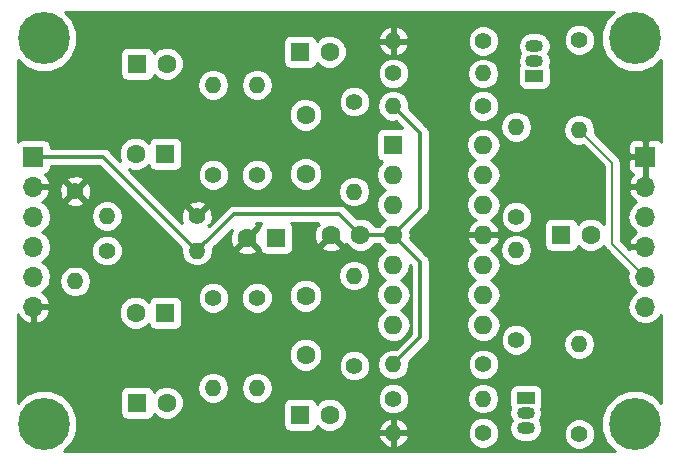
<source format=gbr>
G04 #@! TF.GenerationSoftware,KiCad,Pcbnew,(5.0.0-3-g5ebb6b6)*
G04 #@! TF.CreationDate,2018-10-06T14:24:39-07:00*
G04 #@! TF.ProjectId,Mega Amp,4D65676120416D702E6B696361645F70,v0*
G04 #@! TF.SameCoordinates,Original*
G04 #@! TF.FileFunction,Copper,L2,Bot,Signal*
G04 #@! TF.FilePolarity,Positive*
%FSLAX46Y46*%
G04 Gerber Fmt 4.6, Leading zero omitted, Abs format (unit mm)*
G04 Created by KiCad (PCBNEW (5.0.0-3-g5ebb6b6)) date Saturday, October 06, 2018 at 02:24:39 PM*
%MOMM*%
%LPD*%
G01*
G04 APERTURE LIST*
G04 #@! TA.AperFunction,ComponentPad*
%ADD10C,4.400000*%
G04 #@! TD*
G04 #@! TA.AperFunction,ComponentPad*
%ADD11O,1.400000X1.400000*%
G04 #@! TD*
G04 #@! TA.AperFunction,ComponentPad*
%ADD12C,1.400000*%
G04 #@! TD*
G04 #@! TA.AperFunction,ComponentPad*
%ADD13C,1.600000*%
G04 #@! TD*
G04 #@! TA.AperFunction,ComponentPad*
%ADD14R,1.600000X1.600000*%
G04 #@! TD*
G04 #@! TA.AperFunction,ComponentPad*
%ADD15R,1.500000X1.050000*%
G04 #@! TD*
G04 #@! TA.AperFunction,ComponentPad*
%ADD16O,1.500000X1.050000*%
G04 #@! TD*
G04 #@! TA.AperFunction,ComponentPad*
%ADD17R,1.700000X1.700000*%
G04 #@! TD*
G04 #@! TA.AperFunction,ComponentPad*
%ADD18O,1.700000X1.700000*%
G04 #@! TD*
G04 #@! TA.AperFunction,ComponentPad*
%ADD19O,1.600000X1.600000*%
G04 #@! TD*
G04 #@! TA.AperFunction,Conductor*
%ADD20C,0.304800*%
G04 #@! TD*
G04 #@! TA.AperFunction,Conductor*
%ADD21C,0.152400*%
G04 #@! TD*
G04 #@! TA.AperFunction,Conductor*
%ADD22C,0.254000*%
G04 #@! TD*
G04 APERTURE END LIST*
D10*
G04 #@! TO.P,REF\002A\002A,1*
G04 #@! TO.N,N/C*
X79629000Y-82423000D03*
G04 #@! TD*
G04 #@! TO.P,REF\002A\002A,1*
G04 #@! TO.N,N/C*
X129667000Y-82423000D03*
G04 #@! TD*
G04 #@! TO.P,REF\002A\002A,1*
G04 #@! TO.N,N/C*
X79629000Y-115062000D03*
G04 #@! TD*
D11*
G04 #@! TO.P,R13,2*
G04 #@! TO.N,+5V*
X109220000Y-88138000D03*
D12*
G04 #@! TO.P,R13,1*
G04 #@! TO.N,Net-(Q1-Pad1)*
X116840000Y-88138000D03*
G04 #@! TD*
G04 #@! TO.P,R14,1*
G04 #@! TO.N,Net-(Q1-Pad3)*
X116840000Y-82650000D03*
D11*
G04 #@! TO.P,R14,2*
G04 #@! TO.N,GND*
X109220000Y-82650000D03*
G04 #@! TD*
G04 #@! TO.P,R15,2*
G04 #@! TO.N,HeadphoneLeft*
X124968000Y-90170000D03*
D12*
G04 #@! TO.P,R15,1*
G04 #@! TO.N,Net-(Q1-Pad3)*
X124968000Y-82550000D03*
G04 #@! TD*
D11*
G04 #@! TO.P,R16,2*
G04 #@! TO.N,Net-(Q2-Pad1)*
X116840000Y-112928400D03*
D12*
G04 #@! TO.P,R16,1*
G04 #@! TO.N,Net-(C11-Pad2)*
X109220000Y-112928400D03*
G04 #@! TD*
G04 #@! TO.P,R17,1*
G04 #@! TO.N,Net-(Q2-Pad1)*
X116840000Y-110032800D03*
D11*
G04 #@! TO.P,R17,2*
G04 #@! TO.N,+5V*
X109220000Y-110032800D03*
G04 #@! TD*
G04 #@! TO.P,R18,2*
G04 #@! TO.N,GND*
X109220000Y-115824000D03*
D12*
G04 #@! TO.P,R18,1*
G04 #@! TO.N,Net-(Q2-Pad3)*
X116840000Y-115824000D03*
G04 #@! TD*
G04 #@! TO.P,R19,1*
G04 #@! TO.N,Net-(Q2-Pad3)*
X124968000Y-115924000D03*
D11*
G04 #@! TO.P,R19,2*
G04 #@! TO.N,HeadphoneRight*
X124968000Y-108304000D03*
G04 #@! TD*
D13*
G04 #@! TO.P,C1,2*
G04 #@! TO.N,Net-(C1-Pad2)*
X90051241Y-84582000D03*
D14*
G04 #@! TO.P,C1,1*
G04 #@! TO.N,YMLeft*
X87551241Y-84582000D03*
G04 #@! TD*
G04 #@! TO.P,C2,1*
G04 #@! TO.N,Net-(C2-Pad1)*
X89916000Y-92202400D03*
D13*
G04 #@! TO.P,C2,2*
G04 #@! TO.N,SN*
X87416000Y-92202400D03*
G04 #@! TD*
D14*
G04 #@! TO.P,C3,1*
G04 #@! TO.N,Net-(C3-Pad1)*
X89916000Y-105663600D03*
D13*
G04 #@! TO.P,C3,2*
G04 #@! TO.N,SN*
X87416000Y-105663600D03*
G04 #@! TD*
G04 #@! TO.P,C4,2*
G04 #@! TO.N,Net-(C4-Pad2)*
X90051241Y-113284000D03*
D14*
G04 #@! TO.P,C4,1*
G04 #@! TO.N,YMRight*
X87551241Y-113284000D03*
G04 #@! TD*
G04 #@! TO.P,C5,1*
G04 #@! TO.N,Net-(C5-Pad1)*
X99314000Y-99314000D03*
D13*
G04 #@! TO.P,C5,2*
G04 #@! TO.N,GND*
X96814000Y-99314000D03*
G04 #@! TD*
G04 #@! TO.P,C6,2*
G04 #@! TO.N,Net-(C6-Pad2)*
X101788666Y-93900000D03*
G04 #@! TO.P,C6,1*
G04 #@! TO.N,RawAudioLeft*
X101788666Y-88900000D03*
G04 #@! TD*
G04 #@! TO.P,C7,1*
G04 #@! TO.N,RawAudioRight*
X101788666Y-109220000D03*
G04 #@! TO.P,C7,2*
G04 #@! TO.N,Net-(C7-Pad2)*
X101788666Y-104220000D03*
G04 #@! TD*
D14*
G04 #@! TO.P,C8,1*
G04 #@! TO.N,Net-(C8-Pad1)*
X123444000Y-99060000D03*
D13*
G04 #@! TO.P,C8,2*
G04 #@! TO.N,Mono*
X125944000Y-99060000D03*
G04 #@! TD*
G04 #@! TO.P,C10,2*
G04 #@! TO.N,Net-(C10-Pad2)*
X103846000Y-83566000D03*
D14*
G04 #@! TO.P,C10,1*
G04 #@! TO.N,RawAudioLeft*
X101346000Y-83566000D03*
G04 #@! TD*
D13*
G04 #@! TO.P,C11,2*
G04 #@! TO.N,Net-(C11-Pad2)*
X103846000Y-114300000D03*
D14*
G04 #@! TO.P,C11,1*
G04 #@! TO.N,RawAudioRight*
X101346000Y-114300000D03*
G04 #@! TD*
D11*
G04 #@! TO.P,R1,2*
G04 #@! TO.N,SN*
X82296000Y-102997000D03*
D12*
G04 #@! TO.P,R1,1*
G04 #@! TO.N,GND*
X82296000Y-95377000D03*
G04 #@! TD*
G04 #@! TO.P,R2,1*
G04 #@! TO.N,Net-(C6-Pad2)*
X97659333Y-93980000D03*
D11*
G04 #@! TO.P,R2,2*
G04 #@! TO.N,Net-(C1-Pad2)*
X97659333Y-86360000D03*
G04 #@! TD*
D12*
G04 #@! TO.P,R3,1*
G04 #@! TO.N,Net-(C6-Pad2)*
X93980000Y-93980000D03*
D11*
G04 #@! TO.P,R3,2*
G04 #@! TO.N,Net-(C2-Pad1)*
X93980000Y-86360000D03*
G04 #@! TD*
D12*
G04 #@! TO.P,R4,1*
G04 #@! TO.N,Net-(C7-Pad2)*
X93980000Y-104394000D03*
D11*
G04 #@! TO.P,R4,2*
G04 #@! TO.N,Net-(C3-Pad1)*
X93980000Y-112014000D03*
G04 #@! TD*
D12*
G04 #@! TO.P,R5,1*
G04 #@! TO.N,Net-(C7-Pad2)*
X97659333Y-104394000D03*
D11*
G04 #@! TO.P,R5,2*
G04 #@! TO.N,Net-(C4-Pad2)*
X97659333Y-112014000D03*
G04 #@! TD*
G04 #@! TO.P,R7,2*
G04 #@! TO.N,Net-(C5-Pad1)*
X84963000Y-97472800D03*
D12*
G04 #@! TO.P,R7,1*
G04 #@! TO.N,GND*
X92583000Y-97472800D03*
G04 #@! TD*
D11*
G04 #@! TO.P,R8,2*
G04 #@! TO.N,Net-(C6-Pad2)*
X105918000Y-95404000D03*
D12*
G04 #@! TO.P,R8,1*
G04 #@! TO.N,RawAudioLeft*
X105918000Y-87784000D03*
G04 #@! TD*
G04 #@! TO.P,R9,1*
G04 #@! TO.N,RawAudioRight*
X105918000Y-110132800D03*
D11*
G04 #@! TO.P,R9,2*
G04 #@! TO.N,Net-(C7-Pad2)*
X105918000Y-102512800D03*
G04 #@! TD*
G04 #@! TO.P,R10,2*
G04 #@! TO.N,Net-(R10-Pad2)*
X119634000Y-89916000D03*
D12*
G04 #@! TO.P,R10,1*
G04 #@! TO.N,Net-(C8-Pad1)*
X119634000Y-97536000D03*
G04 #@! TD*
G04 #@! TO.P,R11,1*
G04 #@! TO.N,Net-(R11-Pad1)*
X119634000Y-107950000D03*
D11*
G04 #@! TO.P,R11,2*
G04 #@! TO.N,Net-(C8-Pad1)*
X119634000Y-100330000D03*
G04 #@! TD*
G04 #@! TO.P,R12,2*
G04 #@! TO.N,Net-(Q1-Pad1)*
X116840000Y-85394000D03*
D12*
G04 #@! TO.P,R12,1*
G04 #@! TO.N,Net-(C10-Pad2)*
X109220000Y-85394000D03*
G04 #@! TD*
D15*
G04 #@! TO.P,Q1,1*
G04 #@! TO.N,Net-(Q1-Pad1)*
X121158000Y-85600000D03*
D16*
G04 #@! TO.P,Q1,3*
G04 #@! TO.N,Net-(Q1-Pad3)*
X121158000Y-83060000D03*
G04 #@! TO.P,Q1,2*
G04 #@! TO.N,Net-(C10-Pad2)*
X121158000Y-84330000D03*
G04 #@! TD*
G04 #@! TO.P,Q2,2*
G04 #@! TO.N,Net-(C11-Pad2)*
X120438000Y-114144000D03*
G04 #@! TO.P,Q2,3*
G04 #@! TO.N,Net-(Q2-Pad3)*
X120438000Y-115414000D03*
D15*
G04 #@! TO.P,Q2,1*
G04 #@! TO.N,Net-(Q2-Pad1)*
X120438000Y-112874000D03*
G04 #@! TD*
D17*
G04 #@! TO.P,J2,1*
G04 #@! TO.N,GND*
X130556000Y-92456000D03*
D18*
G04 #@! TO.P,J2,2*
X130556000Y-94996000D03*
G04 #@! TO.P,J2,3*
G04 #@! TO.N,Mono*
X130556000Y-97536000D03*
G04 #@! TO.P,J2,4*
G04 #@! TO.N,GND*
X130556000Y-100076000D03*
G04 #@! TO.P,J2,5*
G04 #@! TO.N,HeadphoneLeft*
X130556000Y-102616000D03*
G04 #@! TO.P,J2,6*
G04 #@! TO.N,HeadphoneRight*
X130556000Y-105156000D03*
G04 #@! TD*
D14*
G04 #@! TO.P,U1,1*
G04 #@! TO.N,RawAudioLeft*
X109220000Y-91440000D03*
D19*
G04 #@! TO.P,U1,8*
G04 #@! TO.N,Net-(R11-Pad1)*
X116840000Y-106680000D03*
G04 #@! TO.P,U1,2*
G04 #@! TO.N,Net-(C6-Pad2)*
X109220000Y-93980000D03*
G04 #@! TO.P,U1,9*
G04 #@! TO.N,Net-(R11-Pad1)*
X116840000Y-104140000D03*
G04 #@! TO.P,U1,3*
G04 #@! TO.N,Net-(C5-Pad1)*
X109220000Y-96520000D03*
G04 #@! TO.P,U1,10*
G04 #@! TO.N,RawAudioRight*
X116840000Y-101600000D03*
G04 #@! TO.P,U1,4*
G04 #@! TO.N,+5V*
X109220000Y-99060000D03*
G04 #@! TO.P,U1,11*
G04 #@! TO.N,GND*
X116840000Y-99060000D03*
G04 #@! TO.P,U1,5*
G04 #@! TO.N,Net-(C5-Pad1)*
X109220000Y-101600000D03*
G04 #@! TO.P,U1,12*
G04 #@! TO.N,RawAudioLeft*
X116840000Y-96520000D03*
G04 #@! TO.P,U1,6*
G04 #@! TO.N,Net-(C7-Pad2)*
X109220000Y-104140000D03*
G04 #@! TO.P,U1,13*
G04 #@! TO.N,Net-(R10-Pad2)*
X116840000Y-93980000D03*
G04 #@! TO.P,U1,7*
G04 #@! TO.N,RawAudioRight*
X109220000Y-106680000D03*
G04 #@! TO.P,U1,14*
G04 #@! TO.N,Net-(R10-Pad2)*
X116840000Y-91440000D03*
G04 #@! TD*
D13*
G04 #@! TO.P,C9,1*
G04 #@! TO.N,+5V*
X106426000Y-99060000D03*
G04 #@! TO.P,C9,2*
G04 #@! TO.N,GND*
X103926000Y-99060000D03*
G04 #@! TD*
D12*
G04 #@! TO.P,R6,1*
G04 #@! TO.N,Net-(C5-Pad1)*
X84963000Y-100393200D03*
D11*
G04 #@! TO.P,R6,2*
G04 #@! TO.N,+5V*
X92583000Y-100393200D03*
G04 #@! TD*
D18*
G04 #@! TO.P,J1,6*
G04 #@! TO.N,GND*
X78740000Y-105156000D03*
G04 #@! TO.P,J1,5*
G04 #@! TO.N,YMRight*
X78740000Y-102616000D03*
G04 #@! TO.P,J1,4*
G04 #@! TO.N,SN*
X78740000Y-100076000D03*
G04 #@! TO.P,J1,3*
G04 #@! TO.N,YMLeft*
X78740000Y-97536000D03*
G04 #@! TO.P,J1,2*
G04 #@! TO.N,GND*
X78740000Y-94996000D03*
D17*
G04 #@! TO.P,J1,1*
G04 #@! TO.N,+5V*
X78740000Y-92456000D03*
G04 #@! TD*
D10*
G04 #@! TO.P,REF\002A\002A,1*
G04 #@! TO.N,N/C*
X129667000Y-115062000D03*
G04 #@! TD*
D20*
G04 #@! TO.N,+5V*
X84645800Y-92456000D02*
X92583000Y-100393200D01*
X78740000Y-92456000D02*
X84645800Y-92456000D01*
X93282999Y-99693201D02*
X93346799Y-99693201D01*
X92583000Y-100393200D02*
X93282999Y-99693201D01*
X93346799Y-99693201D02*
X95758000Y-97282000D01*
X104648000Y-97282000D02*
X106426000Y-99060000D01*
X95758000Y-97282000D02*
X104648000Y-97282000D01*
X106426000Y-99060000D02*
X109220000Y-99060000D01*
X111506000Y-90424000D02*
X109220000Y-88138000D01*
X111506000Y-96774000D02*
X111506000Y-90424000D01*
X109220000Y-99060000D02*
X111506000Y-96774000D01*
X111506000Y-107746800D02*
X109220000Y-110032800D01*
X111506000Y-101346000D02*
X111506000Y-107746800D01*
X109220000Y-99060000D02*
X111506000Y-101346000D01*
D21*
G04 #@! TO.N,HeadphoneLeft*
X130556000Y-102616000D02*
X127762000Y-99822000D01*
X127762000Y-92964000D02*
X124968000Y-90170000D01*
X127762000Y-99822000D02*
X127762000Y-92964000D01*
G04 #@! TD*
D22*
G04 #@! TO.N,GND*
G36*
X127263603Y-80817101D02*
X126832000Y-81859083D01*
X126832000Y-82986917D01*
X127263603Y-84028899D01*
X128061101Y-84826397D01*
X129103083Y-85258000D01*
X130230917Y-85258000D01*
X131272899Y-84826397D01*
X131878000Y-84221296D01*
X131878000Y-91179975D01*
X131765698Y-91067673D01*
X131532309Y-90971000D01*
X130841750Y-90971000D01*
X130683000Y-91129750D01*
X130683000Y-92329000D01*
X130703000Y-92329000D01*
X130703000Y-92583000D01*
X130683000Y-92583000D01*
X130683000Y-94869000D01*
X130703000Y-94869000D01*
X130703000Y-95123000D01*
X130683000Y-95123000D01*
X130683000Y-95143000D01*
X130429000Y-95143000D01*
X130429000Y-95123000D01*
X129235845Y-95123000D01*
X129114524Y-95352890D01*
X129284355Y-95762924D01*
X129674642Y-96191183D01*
X129804478Y-96252157D01*
X129485375Y-96465375D01*
X129157161Y-96956582D01*
X129041908Y-97536000D01*
X129157161Y-98115418D01*
X129485375Y-98606625D01*
X129804478Y-98819843D01*
X129674642Y-98880817D01*
X129284355Y-99309076D01*
X129114524Y-99719110D01*
X129235845Y-99949000D01*
X130429000Y-99949000D01*
X130429000Y-99929000D01*
X130683000Y-99929000D01*
X130683000Y-99949000D01*
X130703000Y-99949000D01*
X130703000Y-100203000D01*
X130683000Y-100203000D01*
X130683000Y-100223000D01*
X130429000Y-100223000D01*
X130429000Y-100203000D01*
X129235845Y-100203000D01*
X129205772Y-100259984D01*
X128473200Y-99527412D01*
X128473200Y-93034042D01*
X128487132Y-92964000D01*
X128473200Y-92893958D01*
X128473200Y-92893954D01*
X128442926Y-92741750D01*
X129071000Y-92741750D01*
X129071000Y-93432310D01*
X129167673Y-93665699D01*
X129346302Y-93844327D01*
X129555878Y-93931136D01*
X129284355Y-94229076D01*
X129114524Y-94639110D01*
X129235845Y-94869000D01*
X130429000Y-94869000D01*
X130429000Y-92583000D01*
X129229750Y-92583000D01*
X129071000Y-92741750D01*
X128442926Y-92741750D01*
X128431936Y-92686504D01*
X128391733Y-92626336D01*
X128314424Y-92510635D01*
X128314422Y-92510633D01*
X128274746Y-92451254D01*
X128215367Y-92411578D01*
X127283479Y-91479690D01*
X129071000Y-91479690D01*
X129071000Y-92170250D01*
X129229750Y-92329000D01*
X130429000Y-92329000D01*
X130429000Y-91129750D01*
X130270250Y-90971000D01*
X129579691Y-90971000D01*
X129346302Y-91067673D01*
X129167673Y-91246301D01*
X129071000Y-91479690D01*
X127283479Y-91479690D01*
X126270195Y-90466407D01*
X126329154Y-90170000D01*
X126225542Y-89649109D01*
X125930481Y-89207519D01*
X125488891Y-88912458D01*
X125099485Y-88835000D01*
X124836515Y-88835000D01*
X124447109Y-88912458D01*
X124005519Y-89207519D01*
X123710458Y-89649109D01*
X123606846Y-90170000D01*
X123710458Y-90690891D01*
X124005519Y-91132481D01*
X124447109Y-91427542D01*
X124836515Y-91505000D01*
X125099485Y-91505000D01*
X125264407Y-91472195D01*
X127050801Y-93258590D01*
X127050800Y-98137404D01*
X126756862Y-97843466D01*
X126229439Y-97625000D01*
X125658561Y-97625000D01*
X125131138Y-97843466D01*
X124862101Y-98112503D01*
X124842157Y-98012235D01*
X124701809Y-97802191D01*
X124491765Y-97661843D01*
X124244000Y-97612560D01*
X122644000Y-97612560D01*
X122396235Y-97661843D01*
X122186191Y-97802191D01*
X122045843Y-98012235D01*
X121996560Y-98260000D01*
X121996560Y-99860000D01*
X122045843Y-100107765D01*
X122186191Y-100317809D01*
X122396235Y-100458157D01*
X122644000Y-100507440D01*
X124244000Y-100507440D01*
X124491765Y-100458157D01*
X124701809Y-100317809D01*
X124842157Y-100107765D01*
X124862101Y-100007497D01*
X125131138Y-100276534D01*
X125658561Y-100495000D01*
X126229439Y-100495000D01*
X126756862Y-100276534D01*
X127065823Y-99967573D01*
X127092064Y-100099495D01*
X127092065Y-100099496D01*
X127209576Y-100275364D01*
X127209578Y-100275366D01*
X127249254Y-100334745D01*
X127308634Y-100374422D01*
X129126241Y-102192029D01*
X129041908Y-102616000D01*
X129157161Y-103195418D01*
X129485375Y-103686625D01*
X129783761Y-103886000D01*
X129485375Y-104085375D01*
X129157161Y-104576582D01*
X129041908Y-105156000D01*
X129157161Y-105735418D01*
X129485375Y-106226625D01*
X129976582Y-106554839D01*
X130409744Y-106641000D01*
X130702256Y-106641000D01*
X131135418Y-106554839D01*
X131626625Y-106226625D01*
X131878001Y-105850415D01*
X131878001Y-113263705D01*
X131272899Y-112658603D01*
X130230917Y-112227000D01*
X129103083Y-112227000D01*
X128061101Y-112658603D01*
X127263603Y-113456101D01*
X126832000Y-114498083D01*
X126832000Y-115625917D01*
X127263603Y-116667899D01*
X127995704Y-117400000D01*
X81300296Y-117400000D01*
X82032397Y-116667899D01*
X82243881Y-116157329D01*
X107927284Y-116157329D01*
X108070203Y-116502396D01*
X108417337Y-116890764D01*
X108886669Y-117116727D01*
X109093000Y-116994206D01*
X109093000Y-115951000D01*
X109347000Y-115951000D01*
X109347000Y-116994206D01*
X109553331Y-117116727D01*
X110022663Y-116890764D01*
X110369797Y-116502396D01*
X110512716Y-116157329D01*
X110389374Y-115951000D01*
X109347000Y-115951000D01*
X109093000Y-115951000D01*
X108050626Y-115951000D01*
X107927284Y-116157329D01*
X82243881Y-116157329D01*
X82464000Y-115625917D01*
X82464000Y-114498083D01*
X82032397Y-113456101D01*
X81234899Y-112658603D01*
X80813370Y-112484000D01*
X86103801Y-112484000D01*
X86103801Y-114084000D01*
X86153084Y-114331765D01*
X86293432Y-114541809D01*
X86503476Y-114682157D01*
X86751241Y-114731440D01*
X88351241Y-114731440D01*
X88599006Y-114682157D01*
X88809050Y-114541809D01*
X88949398Y-114331765D01*
X88969342Y-114231497D01*
X89238379Y-114500534D01*
X89765802Y-114719000D01*
X90336680Y-114719000D01*
X90864103Y-114500534D01*
X91267775Y-114096862D01*
X91486241Y-113569439D01*
X91486241Y-113500000D01*
X99898560Y-113500000D01*
X99898560Y-115100000D01*
X99947843Y-115347765D01*
X100088191Y-115557809D01*
X100298235Y-115698157D01*
X100546000Y-115747440D01*
X102146000Y-115747440D01*
X102393765Y-115698157D01*
X102603809Y-115557809D01*
X102744157Y-115347765D01*
X102764101Y-115247497D01*
X103033138Y-115516534D01*
X103560561Y-115735000D01*
X104131439Y-115735000D01*
X104658862Y-115516534D01*
X104684725Y-115490671D01*
X107927284Y-115490671D01*
X108050626Y-115697000D01*
X109093000Y-115697000D01*
X109093000Y-114653794D01*
X109347000Y-114653794D01*
X109347000Y-115697000D01*
X110389374Y-115697000D01*
X110472197Y-115558452D01*
X115505000Y-115558452D01*
X115505000Y-116089548D01*
X115708242Y-116580217D01*
X116083783Y-116955758D01*
X116574452Y-117159000D01*
X117105548Y-117159000D01*
X117596217Y-116955758D01*
X117971758Y-116580217D01*
X118175000Y-116089548D01*
X118175000Y-115558452D01*
X117971758Y-115067783D01*
X117596217Y-114692242D01*
X117105548Y-114489000D01*
X116574452Y-114489000D01*
X116083783Y-114692242D01*
X115708242Y-115067783D01*
X115505000Y-115558452D01*
X110472197Y-115558452D01*
X110512716Y-115490671D01*
X110369797Y-115145604D01*
X110022663Y-114757236D01*
X109553331Y-114531273D01*
X109347000Y-114653794D01*
X109093000Y-114653794D01*
X108886669Y-114531273D01*
X108417337Y-114757236D01*
X108070203Y-115145604D01*
X107927284Y-115490671D01*
X104684725Y-115490671D01*
X105062534Y-115112862D01*
X105281000Y-114585439D01*
X105281000Y-114014561D01*
X105062534Y-113487138D01*
X104658862Y-113083466D01*
X104131439Y-112865000D01*
X103560561Y-112865000D01*
X103033138Y-113083466D01*
X102764101Y-113352503D01*
X102744157Y-113252235D01*
X102603809Y-113042191D01*
X102393765Y-112901843D01*
X102146000Y-112852560D01*
X100546000Y-112852560D01*
X100298235Y-112901843D01*
X100088191Y-113042191D01*
X99947843Y-113252235D01*
X99898560Y-113500000D01*
X91486241Y-113500000D01*
X91486241Y-112998561D01*
X91267775Y-112471138D01*
X90864103Y-112067466D01*
X90735025Y-112014000D01*
X92618846Y-112014000D01*
X92722458Y-112534891D01*
X93017519Y-112976481D01*
X93459109Y-113271542D01*
X93848515Y-113349000D01*
X94111485Y-113349000D01*
X94500891Y-113271542D01*
X94942481Y-112976481D01*
X95237542Y-112534891D01*
X95341154Y-112014000D01*
X96298179Y-112014000D01*
X96401791Y-112534891D01*
X96696852Y-112976481D01*
X97138442Y-113271542D01*
X97527848Y-113349000D01*
X97790818Y-113349000D01*
X98180224Y-113271542D01*
X98621814Y-112976481D01*
X98831374Y-112662852D01*
X107885000Y-112662852D01*
X107885000Y-113193948D01*
X108088242Y-113684617D01*
X108463783Y-114060158D01*
X108954452Y-114263400D01*
X109485548Y-114263400D01*
X109976217Y-114060158D01*
X110351758Y-113684617D01*
X110555000Y-113193948D01*
X110555000Y-112928400D01*
X115478846Y-112928400D01*
X115582458Y-113449291D01*
X115877519Y-113890881D01*
X116319109Y-114185942D01*
X116708515Y-114263400D01*
X116971485Y-114263400D01*
X117360891Y-114185942D01*
X117423661Y-114144000D01*
X119030275Y-114144000D01*
X119120305Y-114596609D01*
X119242174Y-114779000D01*
X119120305Y-114961391D01*
X119030275Y-115414000D01*
X119120305Y-115866609D01*
X119376687Y-116250313D01*
X119760391Y-116506695D01*
X120098754Y-116574000D01*
X120777246Y-116574000D01*
X121115609Y-116506695D01*
X121499313Y-116250313D01*
X121755695Y-115866609D01*
X121797100Y-115658452D01*
X123633000Y-115658452D01*
X123633000Y-116189548D01*
X123836242Y-116680217D01*
X124211783Y-117055758D01*
X124702452Y-117259000D01*
X125233548Y-117259000D01*
X125724217Y-117055758D01*
X126099758Y-116680217D01*
X126303000Y-116189548D01*
X126303000Y-115658452D01*
X126099758Y-115167783D01*
X125724217Y-114792242D01*
X125233548Y-114589000D01*
X124702452Y-114589000D01*
X124211783Y-114792242D01*
X123836242Y-115167783D01*
X123633000Y-115658452D01*
X121797100Y-115658452D01*
X121845725Y-115414000D01*
X121755695Y-114961391D01*
X121633826Y-114779000D01*
X121755695Y-114596609D01*
X121845725Y-114144000D01*
X121755843Y-113692133D01*
X121786157Y-113646765D01*
X121835440Y-113399000D01*
X121835440Y-112349000D01*
X121786157Y-112101235D01*
X121645809Y-111891191D01*
X121435765Y-111750843D01*
X121188000Y-111701560D01*
X119688000Y-111701560D01*
X119440235Y-111750843D01*
X119230191Y-111891191D01*
X119089843Y-112101235D01*
X119040560Y-112349000D01*
X119040560Y-113399000D01*
X119089843Y-113646765D01*
X119120157Y-113692133D01*
X119030275Y-114144000D01*
X117423661Y-114144000D01*
X117802481Y-113890881D01*
X118097542Y-113449291D01*
X118201154Y-112928400D01*
X118097542Y-112407509D01*
X117802481Y-111965919D01*
X117360891Y-111670858D01*
X116971485Y-111593400D01*
X116708515Y-111593400D01*
X116319109Y-111670858D01*
X115877519Y-111965919D01*
X115582458Y-112407509D01*
X115478846Y-112928400D01*
X110555000Y-112928400D01*
X110555000Y-112662852D01*
X110351758Y-112172183D01*
X109976217Y-111796642D01*
X109485548Y-111593400D01*
X108954452Y-111593400D01*
X108463783Y-111796642D01*
X108088242Y-112172183D01*
X107885000Y-112662852D01*
X98831374Y-112662852D01*
X98916875Y-112534891D01*
X99020487Y-112014000D01*
X98916875Y-111493109D01*
X98621814Y-111051519D01*
X98180224Y-110756458D01*
X97790818Y-110679000D01*
X97527848Y-110679000D01*
X97138442Y-110756458D01*
X96696852Y-111051519D01*
X96401791Y-111493109D01*
X96298179Y-112014000D01*
X95341154Y-112014000D01*
X95237542Y-111493109D01*
X94942481Y-111051519D01*
X94500891Y-110756458D01*
X94111485Y-110679000D01*
X93848515Y-110679000D01*
X93459109Y-110756458D01*
X93017519Y-111051519D01*
X92722458Y-111493109D01*
X92618846Y-112014000D01*
X90735025Y-112014000D01*
X90336680Y-111849000D01*
X89765802Y-111849000D01*
X89238379Y-112067466D01*
X88969342Y-112336503D01*
X88949398Y-112236235D01*
X88809050Y-112026191D01*
X88599006Y-111885843D01*
X88351241Y-111836560D01*
X86751241Y-111836560D01*
X86503476Y-111885843D01*
X86293432Y-112026191D01*
X86153084Y-112236235D01*
X86103801Y-112484000D01*
X80813370Y-112484000D01*
X80192917Y-112227000D01*
X79065083Y-112227000D01*
X78023101Y-112658603D01*
X77418000Y-113263704D01*
X77418000Y-108934561D01*
X100353666Y-108934561D01*
X100353666Y-109505439D01*
X100572132Y-110032862D01*
X100975804Y-110436534D01*
X101503227Y-110655000D01*
X102074105Y-110655000D01*
X102601528Y-110436534D01*
X103005200Y-110032862D01*
X103073797Y-109867252D01*
X104583000Y-109867252D01*
X104583000Y-110398348D01*
X104786242Y-110889017D01*
X105161783Y-111264558D01*
X105652452Y-111467800D01*
X106183548Y-111467800D01*
X106674217Y-111264558D01*
X107049758Y-110889017D01*
X107253000Y-110398348D01*
X107253000Y-109867252D01*
X107049758Y-109376583D01*
X106674217Y-109001042D01*
X106183548Y-108797800D01*
X105652452Y-108797800D01*
X105161783Y-109001042D01*
X104786242Y-109376583D01*
X104583000Y-109867252D01*
X103073797Y-109867252D01*
X103223666Y-109505439D01*
X103223666Y-108934561D01*
X103005200Y-108407138D01*
X102601528Y-108003466D01*
X102074105Y-107785000D01*
X101503227Y-107785000D01*
X100975804Y-108003466D01*
X100572132Y-108407138D01*
X100353666Y-108934561D01*
X77418000Y-108934561D01*
X77418000Y-105801349D01*
X77468355Y-105922924D01*
X77858642Y-106351183D01*
X78383108Y-106597486D01*
X78613000Y-106476819D01*
X78613000Y-105283000D01*
X78867000Y-105283000D01*
X78867000Y-106476819D01*
X79096892Y-106597486D01*
X79621358Y-106351183D01*
X80011645Y-105922924D01*
X80181476Y-105512890D01*
X80110375Y-105378161D01*
X85981000Y-105378161D01*
X85981000Y-105949039D01*
X86199466Y-106476462D01*
X86603138Y-106880134D01*
X87130561Y-107098600D01*
X87701439Y-107098600D01*
X88228862Y-106880134D01*
X88497899Y-106611097D01*
X88517843Y-106711365D01*
X88658191Y-106921409D01*
X88868235Y-107061757D01*
X89116000Y-107111040D01*
X90716000Y-107111040D01*
X90963765Y-107061757D01*
X91173809Y-106921409D01*
X91314157Y-106711365D01*
X91363440Y-106463600D01*
X91363440Y-104863600D01*
X91314157Y-104615835D01*
X91173809Y-104405791D01*
X90963765Y-104265443D01*
X90716000Y-104216160D01*
X89116000Y-104216160D01*
X88868235Y-104265443D01*
X88658191Y-104405791D01*
X88517843Y-104615835D01*
X88497899Y-104716103D01*
X88228862Y-104447066D01*
X87701439Y-104228600D01*
X87130561Y-104228600D01*
X86603138Y-104447066D01*
X86199466Y-104850738D01*
X85981000Y-105378161D01*
X80110375Y-105378161D01*
X80060155Y-105283000D01*
X78867000Y-105283000D01*
X78613000Y-105283000D01*
X78593000Y-105283000D01*
X78593000Y-105029000D01*
X78613000Y-105029000D01*
X78613000Y-105009000D01*
X78867000Y-105009000D01*
X78867000Y-105029000D01*
X80060155Y-105029000D01*
X80181476Y-104799110D01*
X80011645Y-104389076D01*
X79621358Y-103960817D01*
X79491522Y-103899843D01*
X79810625Y-103686625D01*
X80138839Y-103195418D01*
X80178306Y-102997000D01*
X80934846Y-102997000D01*
X81038458Y-103517891D01*
X81333519Y-103959481D01*
X81775109Y-104254542D01*
X82164515Y-104332000D01*
X82427485Y-104332000D01*
X82816891Y-104254542D01*
X83005598Y-104128452D01*
X92645000Y-104128452D01*
X92645000Y-104659548D01*
X92848242Y-105150217D01*
X93223783Y-105525758D01*
X93714452Y-105729000D01*
X94245548Y-105729000D01*
X94736217Y-105525758D01*
X95111758Y-105150217D01*
X95315000Y-104659548D01*
X95315000Y-104128452D01*
X96324333Y-104128452D01*
X96324333Y-104659548D01*
X96527575Y-105150217D01*
X96903116Y-105525758D01*
X97393785Y-105729000D01*
X97924881Y-105729000D01*
X98415550Y-105525758D01*
X98791091Y-105150217D01*
X98994333Y-104659548D01*
X98994333Y-104128452D01*
X98914021Y-103934561D01*
X100353666Y-103934561D01*
X100353666Y-104505439D01*
X100572132Y-105032862D01*
X100975804Y-105436534D01*
X101503227Y-105655000D01*
X102074105Y-105655000D01*
X102601528Y-105436534D01*
X103005200Y-105032862D01*
X103223666Y-104505439D01*
X103223666Y-103934561D01*
X103005200Y-103407138D01*
X102601528Y-103003466D01*
X102074105Y-102785000D01*
X101503227Y-102785000D01*
X100975804Y-103003466D01*
X100572132Y-103407138D01*
X100353666Y-103934561D01*
X98914021Y-103934561D01*
X98791091Y-103637783D01*
X98415550Y-103262242D01*
X97924881Y-103059000D01*
X97393785Y-103059000D01*
X96903116Y-103262242D01*
X96527575Y-103637783D01*
X96324333Y-104128452D01*
X95315000Y-104128452D01*
X95111758Y-103637783D01*
X94736217Y-103262242D01*
X94245548Y-103059000D01*
X93714452Y-103059000D01*
X93223783Y-103262242D01*
X92848242Y-103637783D01*
X92645000Y-104128452D01*
X83005598Y-104128452D01*
X83258481Y-103959481D01*
X83553542Y-103517891D01*
X83657154Y-102997000D01*
X83560841Y-102512800D01*
X104556846Y-102512800D01*
X104660458Y-103033691D01*
X104955519Y-103475281D01*
X105397109Y-103770342D01*
X105786515Y-103847800D01*
X106049485Y-103847800D01*
X106438891Y-103770342D01*
X106880481Y-103475281D01*
X107175542Y-103033691D01*
X107279154Y-102512800D01*
X107175542Y-101991909D01*
X106880481Y-101550319D01*
X106438891Y-101255258D01*
X106049485Y-101177800D01*
X105786515Y-101177800D01*
X105397109Y-101255258D01*
X104955519Y-101550319D01*
X104660458Y-101991909D01*
X104556846Y-102512800D01*
X83560841Y-102512800D01*
X83553542Y-102476109D01*
X83258481Y-102034519D01*
X82816891Y-101739458D01*
X82427485Y-101662000D01*
X82164515Y-101662000D01*
X81775109Y-101739458D01*
X81333519Y-102034519D01*
X81038458Y-102476109D01*
X80934846Y-102997000D01*
X80178306Y-102997000D01*
X80254092Y-102616000D01*
X80138839Y-102036582D01*
X79810625Y-101545375D01*
X79512239Y-101346000D01*
X79810625Y-101146625D01*
X80138839Y-100655418D01*
X80243817Y-100127652D01*
X83628000Y-100127652D01*
X83628000Y-100658748D01*
X83831242Y-101149417D01*
X84206783Y-101524958D01*
X84697452Y-101728200D01*
X85228548Y-101728200D01*
X85719217Y-101524958D01*
X86094758Y-101149417D01*
X86298000Y-100658748D01*
X86298000Y-100127652D01*
X86094758Y-99636983D01*
X85719217Y-99261442D01*
X85228548Y-99058200D01*
X84697452Y-99058200D01*
X84206783Y-99261442D01*
X83831242Y-99636983D01*
X83628000Y-100127652D01*
X80243817Y-100127652D01*
X80254092Y-100076000D01*
X80138839Y-99496582D01*
X79810625Y-99005375D01*
X79512239Y-98806000D01*
X79810625Y-98606625D01*
X80138839Y-98115418D01*
X80254092Y-97536000D01*
X80241521Y-97472800D01*
X83601846Y-97472800D01*
X83705458Y-97993691D01*
X84000519Y-98435281D01*
X84442109Y-98730342D01*
X84831515Y-98807800D01*
X85094485Y-98807800D01*
X85483891Y-98730342D01*
X85925481Y-98435281D01*
X86220542Y-97993691D01*
X86324154Y-97472800D01*
X86220542Y-96951909D01*
X85925481Y-96510319D01*
X85483891Y-96215258D01*
X85094485Y-96137800D01*
X84831515Y-96137800D01*
X84442109Y-96215258D01*
X84000519Y-96510319D01*
X83705458Y-96951909D01*
X83601846Y-97472800D01*
X80241521Y-97472800D01*
X80138839Y-96956582D01*
X79810625Y-96465375D01*
X79581495Y-96312275D01*
X81540331Y-96312275D01*
X81602169Y-96548042D01*
X82103122Y-96724419D01*
X82633440Y-96695664D01*
X82989831Y-96548042D01*
X83051669Y-96312275D01*
X82296000Y-95556605D01*
X81540331Y-96312275D01*
X79581495Y-96312275D01*
X79491522Y-96252157D01*
X79621358Y-96191183D01*
X80011645Y-95762924D01*
X80181476Y-95352890D01*
X80092412Y-95184122D01*
X80948581Y-95184122D01*
X80977336Y-95714440D01*
X81124958Y-96070831D01*
X81360725Y-96132669D01*
X82116395Y-95377000D01*
X82475605Y-95377000D01*
X83231275Y-96132669D01*
X83467042Y-96070831D01*
X83643419Y-95569878D01*
X83614664Y-95039560D01*
X83467042Y-94683169D01*
X83231275Y-94621331D01*
X82475605Y-95377000D01*
X82116395Y-95377000D01*
X81360725Y-94621331D01*
X81124958Y-94683169D01*
X80948581Y-95184122D01*
X80092412Y-95184122D01*
X80060155Y-95123000D01*
X78867000Y-95123000D01*
X78867000Y-95143000D01*
X78613000Y-95143000D01*
X78613000Y-95123000D01*
X78593000Y-95123000D01*
X78593000Y-94869000D01*
X78613000Y-94869000D01*
X78613000Y-94849000D01*
X78867000Y-94849000D01*
X78867000Y-94869000D01*
X80060155Y-94869000D01*
X80181476Y-94639110D01*
X80099722Y-94441725D01*
X81540331Y-94441725D01*
X82296000Y-95197395D01*
X83051669Y-94441725D01*
X82989831Y-94205958D01*
X82488878Y-94029581D01*
X81958560Y-94058336D01*
X81602169Y-94205958D01*
X81540331Y-94441725D01*
X80099722Y-94441725D01*
X80011645Y-94229076D01*
X79734292Y-93924739D01*
X79837765Y-93904157D01*
X80047809Y-93763809D01*
X80188157Y-93553765D01*
X80237440Y-93306000D01*
X80237440Y-93243400D01*
X84319649Y-93243400D01*
X91262926Y-100186678D01*
X91221846Y-100393200D01*
X91325458Y-100914091D01*
X91620519Y-101355681D01*
X92062109Y-101650742D01*
X92451515Y-101728200D01*
X92714485Y-101728200D01*
X93103891Y-101650742D01*
X93545481Y-101355681D01*
X93840542Y-100914091D01*
X93944154Y-100393200D01*
X93929941Y-100321745D01*
X95985861Y-100321745D01*
X96059995Y-100567864D01*
X96597223Y-100760965D01*
X97167454Y-100733778D01*
X97568005Y-100567864D01*
X97642139Y-100321745D01*
X96814000Y-99493605D01*
X95985861Y-100321745D01*
X93929941Y-100321745D01*
X93917066Y-100257019D01*
X93958415Y-100195136D01*
X95541383Y-98612169D01*
X95367035Y-99097223D01*
X95394222Y-99667454D01*
X95560136Y-100068005D01*
X95806255Y-100142139D01*
X96634395Y-99314000D01*
X96620252Y-99299858D01*
X96799858Y-99120252D01*
X96814000Y-99134395D01*
X97642139Y-98306255D01*
X97570795Y-98069400D01*
X98047365Y-98069400D01*
X97915843Y-98266235D01*
X97869307Y-98500187D01*
X97821745Y-98485861D01*
X96993605Y-99314000D01*
X97821745Y-100142139D01*
X97869307Y-100127813D01*
X97915843Y-100361765D01*
X98056191Y-100571809D01*
X98266235Y-100712157D01*
X98514000Y-100761440D01*
X100114000Y-100761440D01*
X100361765Y-100712157D01*
X100571809Y-100571809D01*
X100712157Y-100361765D01*
X100761440Y-100114000D01*
X100761440Y-100067745D01*
X103097861Y-100067745D01*
X103171995Y-100313864D01*
X103709223Y-100506965D01*
X104279454Y-100479778D01*
X104680005Y-100313864D01*
X104754139Y-100067745D01*
X103926000Y-99239605D01*
X103097861Y-100067745D01*
X100761440Y-100067745D01*
X100761440Y-98514000D01*
X100712157Y-98266235D01*
X100580635Y-98069400D01*
X102850964Y-98069400D01*
X102803378Y-98116986D01*
X102918253Y-98231861D01*
X102672136Y-98305995D01*
X102479035Y-98843223D01*
X102506222Y-99413454D01*
X102672136Y-99814005D01*
X102918255Y-99888139D01*
X103746395Y-99060000D01*
X103732252Y-99045858D01*
X103911858Y-98866252D01*
X103926000Y-98880395D01*
X103940143Y-98866253D01*
X104119748Y-99045858D01*
X104105605Y-99060000D01*
X104933745Y-99888139D01*
X105179864Y-99814005D01*
X105182290Y-99807254D01*
X105209466Y-99872862D01*
X105613138Y-100276534D01*
X106140561Y-100495000D01*
X106711439Y-100495000D01*
X107238862Y-100276534D01*
X107642534Y-99872862D01*
X107653081Y-99847400D01*
X108020265Y-99847400D01*
X108185423Y-100094577D01*
X108537758Y-100330000D01*
X108185423Y-100565423D01*
X107868260Y-101040091D01*
X107756887Y-101600000D01*
X107868260Y-102159909D01*
X108185423Y-102634577D01*
X108537758Y-102870000D01*
X108185423Y-103105423D01*
X107868260Y-103580091D01*
X107756887Y-104140000D01*
X107868260Y-104699909D01*
X108185423Y-105174577D01*
X108537758Y-105410000D01*
X108185423Y-105645423D01*
X107868260Y-106120091D01*
X107756887Y-106680000D01*
X107868260Y-107239909D01*
X108185423Y-107714577D01*
X108660091Y-108031740D01*
X109078667Y-108115000D01*
X109361333Y-108115000D01*
X109779909Y-108031740D01*
X110254577Y-107714577D01*
X110571740Y-107239909D01*
X110683113Y-106680000D01*
X110571740Y-106120091D01*
X110254577Y-105645423D01*
X109902242Y-105410000D01*
X110254577Y-105174577D01*
X110571740Y-104699909D01*
X110683113Y-104140000D01*
X110571740Y-103580091D01*
X110254577Y-103105423D01*
X109902242Y-102870000D01*
X110254577Y-102634577D01*
X110571740Y-102159909D01*
X110677030Y-101630582D01*
X110718600Y-101672152D01*
X110718601Y-107420647D01*
X109426523Y-108712726D01*
X109351485Y-108697800D01*
X109088515Y-108697800D01*
X108699109Y-108775258D01*
X108257519Y-109070319D01*
X107962458Y-109511909D01*
X107858846Y-110032800D01*
X107962458Y-110553691D01*
X108257519Y-110995281D01*
X108699109Y-111290342D01*
X109088515Y-111367800D01*
X109351485Y-111367800D01*
X109740891Y-111290342D01*
X110182481Y-110995281D01*
X110477542Y-110553691D01*
X110581154Y-110032800D01*
X110540074Y-109826277D01*
X110599099Y-109767252D01*
X115505000Y-109767252D01*
X115505000Y-110298348D01*
X115708242Y-110789017D01*
X116083783Y-111164558D01*
X116574452Y-111367800D01*
X117105548Y-111367800D01*
X117596217Y-111164558D01*
X117971758Y-110789017D01*
X118175000Y-110298348D01*
X118175000Y-109767252D01*
X117971758Y-109276583D01*
X117596217Y-108901042D01*
X117105548Y-108697800D01*
X116574452Y-108697800D01*
X116083783Y-108901042D01*
X115708242Y-109276583D01*
X115505000Y-109767252D01*
X110599099Y-109767252D01*
X112007938Y-108358414D01*
X112073684Y-108314484D01*
X112247715Y-108054028D01*
X112293400Y-107824352D01*
X112308826Y-107746801D01*
X112293400Y-107669250D01*
X112293400Y-101600000D01*
X115376887Y-101600000D01*
X115488260Y-102159909D01*
X115805423Y-102634577D01*
X116157758Y-102870000D01*
X115805423Y-103105423D01*
X115488260Y-103580091D01*
X115376887Y-104140000D01*
X115488260Y-104699909D01*
X115805423Y-105174577D01*
X116157758Y-105410000D01*
X115805423Y-105645423D01*
X115488260Y-106120091D01*
X115376887Y-106680000D01*
X115488260Y-107239909D01*
X115805423Y-107714577D01*
X116280091Y-108031740D01*
X116698667Y-108115000D01*
X116981333Y-108115000D01*
X117399909Y-108031740D01*
X117874577Y-107714577D01*
X117894705Y-107684452D01*
X118299000Y-107684452D01*
X118299000Y-108215548D01*
X118502242Y-108706217D01*
X118877783Y-109081758D01*
X119368452Y-109285000D01*
X119899548Y-109285000D01*
X120390217Y-109081758D01*
X120765758Y-108706217D01*
X120932361Y-108304000D01*
X123606846Y-108304000D01*
X123710458Y-108824891D01*
X124005519Y-109266481D01*
X124447109Y-109561542D01*
X124836515Y-109639000D01*
X125099485Y-109639000D01*
X125488891Y-109561542D01*
X125930481Y-109266481D01*
X126225542Y-108824891D01*
X126329154Y-108304000D01*
X126225542Y-107783109D01*
X125930481Y-107341519D01*
X125488891Y-107046458D01*
X125099485Y-106969000D01*
X124836515Y-106969000D01*
X124447109Y-107046458D01*
X124005519Y-107341519D01*
X123710458Y-107783109D01*
X123606846Y-108304000D01*
X120932361Y-108304000D01*
X120969000Y-108215548D01*
X120969000Y-107684452D01*
X120765758Y-107193783D01*
X120390217Y-106818242D01*
X119899548Y-106615000D01*
X119368452Y-106615000D01*
X118877783Y-106818242D01*
X118502242Y-107193783D01*
X118299000Y-107684452D01*
X117894705Y-107684452D01*
X118191740Y-107239909D01*
X118303113Y-106680000D01*
X118191740Y-106120091D01*
X117874577Y-105645423D01*
X117522242Y-105410000D01*
X117874577Y-105174577D01*
X118191740Y-104699909D01*
X118303113Y-104140000D01*
X118191740Y-103580091D01*
X117874577Y-103105423D01*
X117522242Y-102870000D01*
X117874577Y-102634577D01*
X118191740Y-102159909D01*
X118303113Y-101600000D01*
X118191740Y-101040091D01*
X117874577Y-100565423D01*
X117522242Y-100330000D01*
X118272846Y-100330000D01*
X118376458Y-100850891D01*
X118671519Y-101292481D01*
X119113109Y-101587542D01*
X119502515Y-101665000D01*
X119765485Y-101665000D01*
X120154891Y-101587542D01*
X120596481Y-101292481D01*
X120891542Y-100850891D01*
X120995154Y-100330000D01*
X120891542Y-99809109D01*
X120596481Y-99367519D01*
X120154891Y-99072458D01*
X119765485Y-98995000D01*
X119502515Y-98995000D01*
X119113109Y-99072458D01*
X118671519Y-99367519D01*
X118376458Y-99809109D01*
X118272846Y-100330000D01*
X117522242Y-100330000D01*
X117490892Y-100309053D01*
X117695134Y-100212389D01*
X118071041Y-99797423D01*
X118231904Y-99409039D01*
X118109915Y-99187000D01*
X116967000Y-99187000D01*
X116967000Y-99207000D01*
X116713000Y-99207000D01*
X116713000Y-99187000D01*
X115570085Y-99187000D01*
X115448096Y-99409039D01*
X115608959Y-99797423D01*
X115984866Y-100212389D01*
X116189108Y-100309053D01*
X115805423Y-100565423D01*
X115488260Y-101040091D01*
X115376887Y-101600000D01*
X112293400Y-101600000D01*
X112293400Y-101423550D01*
X112308826Y-101345999D01*
X112269168Y-101146625D01*
X112247715Y-101038772D01*
X112073684Y-100778316D01*
X112007938Y-100734386D01*
X110625117Y-99351566D01*
X110683113Y-99060000D01*
X110625117Y-98768434D01*
X112007938Y-97385614D01*
X112073684Y-97341684D01*
X112247715Y-97081228D01*
X112293400Y-96851552D01*
X112293400Y-96851551D01*
X112308826Y-96774001D01*
X112293400Y-96696450D01*
X112293400Y-91440000D01*
X115376887Y-91440000D01*
X115488260Y-91999909D01*
X115805423Y-92474577D01*
X116157758Y-92710000D01*
X115805423Y-92945423D01*
X115488260Y-93420091D01*
X115376887Y-93980000D01*
X115488260Y-94539909D01*
X115805423Y-95014577D01*
X116157758Y-95250000D01*
X115805423Y-95485423D01*
X115488260Y-95960091D01*
X115376887Y-96520000D01*
X115488260Y-97079909D01*
X115805423Y-97554577D01*
X116189108Y-97810947D01*
X115984866Y-97907611D01*
X115608959Y-98322577D01*
X115448096Y-98710961D01*
X115570085Y-98933000D01*
X116713000Y-98933000D01*
X116713000Y-98913000D01*
X116967000Y-98913000D01*
X116967000Y-98933000D01*
X118109915Y-98933000D01*
X118231904Y-98710961D01*
X118071041Y-98322577D01*
X117695134Y-97907611D01*
X117490892Y-97810947D01*
X117874577Y-97554577D01*
X118064423Y-97270452D01*
X118299000Y-97270452D01*
X118299000Y-97801548D01*
X118502242Y-98292217D01*
X118877783Y-98667758D01*
X119368452Y-98871000D01*
X119899548Y-98871000D01*
X120390217Y-98667758D01*
X120765758Y-98292217D01*
X120969000Y-97801548D01*
X120969000Y-97270452D01*
X120765758Y-96779783D01*
X120390217Y-96404242D01*
X119899548Y-96201000D01*
X119368452Y-96201000D01*
X118877783Y-96404242D01*
X118502242Y-96779783D01*
X118299000Y-97270452D01*
X118064423Y-97270452D01*
X118191740Y-97079909D01*
X118303113Y-96520000D01*
X118191740Y-95960091D01*
X117874577Y-95485423D01*
X117522242Y-95250000D01*
X117874577Y-95014577D01*
X118191740Y-94539909D01*
X118303113Y-93980000D01*
X118191740Y-93420091D01*
X117874577Y-92945423D01*
X117522242Y-92710000D01*
X117874577Y-92474577D01*
X118191740Y-91999909D01*
X118303113Y-91440000D01*
X118191740Y-90880091D01*
X117874577Y-90405423D01*
X117399909Y-90088260D01*
X116981333Y-90005000D01*
X116698667Y-90005000D01*
X116280091Y-90088260D01*
X115805423Y-90405423D01*
X115488260Y-90880091D01*
X115376887Y-91440000D01*
X112293400Y-91440000D01*
X112293400Y-90501550D01*
X112308826Y-90423999D01*
X112291123Y-90335000D01*
X112247715Y-90116772D01*
X112113564Y-89916000D01*
X118272846Y-89916000D01*
X118376458Y-90436891D01*
X118671519Y-90878481D01*
X119113109Y-91173542D01*
X119502515Y-91251000D01*
X119765485Y-91251000D01*
X120154891Y-91173542D01*
X120596481Y-90878481D01*
X120891542Y-90436891D01*
X120995154Y-89916000D01*
X120891542Y-89395109D01*
X120596481Y-88953519D01*
X120154891Y-88658458D01*
X119765485Y-88581000D01*
X119502515Y-88581000D01*
X119113109Y-88658458D01*
X118671519Y-88953519D01*
X118376458Y-89395109D01*
X118272846Y-89916000D01*
X112113564Y-89916000D01*
X112073684Y-89856316D01*
X112007938Y-89812386D01*
X110540074Y-88344523D01*
X110581154Y-88138000D01*
X110528334Y-87872452D01*
X115505000Y-87872452D01*
X115505000Y-88403548D01*
X115708242Y-88894217D01*
X116083783Y-89269758D01*
X116574452Y-89473000D01*
X117105548Y-89473000D01*
X117596217Y-89269758D01*
X117971758Y-88894217D01*
X118175000Y-88403548D01*
X118175000Y-87872452D01*
X117971758Y-87381783D01*
X117596217Y-87006242D01*
X117105548Y-86803000D01*
X116574452Y-86803000D01*
X116083783Y-87006242D01*
X115708242Y-87381783D01*
X115505000Y-87872452D01*
X110528334Y-87872452D01*
X110477542Y-87617109D01*
X110182481Y-87175519D01*
X109740891Y-86880458D01*
X109351485Y-86803000D01*
X109088515Y-86803000D01*
X108699109Y-86880458D01*
X108257519Y-87175519D01*
X107962458Y-87617109D01*
X107858846Y-88138000D01*
X107962458Y-88658891D01*
X108257519Y-89100481D01*
X108699109Y-89395542D01*
X109088515Y-89473000D01*
X109351485Y-89473000D01*
X109426523Y-89458074D01*
X109961008Y-89992560D01*
X108420000Y-89992560D01*
X108172235Y-90041843D01*
X107962191Y-90182191D01*
X107821843Y-90392235D01*
X107772560Y-90640000D01*
X107772560Y-92240000D01*
X107821843Y-92487765D01*
X107962191Y-92697809D01*
X108172235Y-92838157D01*
X108306106Y-92864785D01*
X108185423Y-92945423D01*
X107868260Y-93420091D01*
X107756887Y-93980000D01*
X107868260Y-94539909D01*
X108185423Y-95014577D01*
X108537758Y-95250000D01*
X108185423Y-95485423D01*
X107868260Y-95960091D01*
X107756887Y-96520000D01*
X107868260Y-97079909D01*
X108185423Y-97554577D01*
X108537758Y-97790000D01*
X108185423Y-98025423D01*
X108020265Y-98272600D01*
X107653081Y-98272600D01*
X107642534Y-98247138D01*
X107238862Y-97843466D01*
X106711439Y-97625000D01*
X106140561Y-97625000D01*
X106115098Y-97635547D01*
X105259616Y-96780065D01*
X105215684Y-96714316D01*
X104955228Y-96540285D01*
X104725552Y-96494600D01*
X104725551Y-96494600D01*
X104648000Y-96479174D01*
X104570449Y-96494600D01*
X95835550Y-96494600D01*
X95757999Y-96479174D01*
X95680448Y-96494600D01*
X95450772Y-96540285D01*
X95190316Y-96714316D01*
X95146386Y-96780062D01*
X93608128Y-98318320D01*
X93518277Y-98228469D01*
X93754042Y-98166631D01*
X93930419Y-97665678D01*
X93901664Y-97135360D01*
X93754042Y-96778969D01*
X93518275Y-96717131D01*
X92762605Y-97472800D01*
X92776748Y-97486942D01*
X92597142Y-97666548D01*
X92583000Y-97652405D01*
X92568858Y-97666548D01*
X92389252Y-97486942D01*
X92403395Y-97472800D01*
X91647725Y-96717131D01*
X91411958Y-96778969D01*
X91235581Y-97279922D01*
X91264336Y-97810240D01*
X91370928Y-98067577D01*
X89840876Y-96537525D01*
X91827331Y-96537525D01*
X92583000Y-97293195D01*
X93338669Y-96537525D01*
X93276831Y-96301758D01*
X92775878Y-96125381D01*
X92245560Y-96154136D01*
X91889169Y-96301758D01*
X91827331Y-96537525D01*
X89840876Y-96537525D01*
X88707351Y-95404000D01*
X104556846Y-95404000D01*
X104660458Y-95924891D01*
X104955519Y-96366481D01*
X105397109Y-96661542D01*
X105786515Y-96739000D01*
X106049485Y-96739000D01*
X106438891Y-96661542D01*
X106880481Y-96366481D01*
X107175542Y-95924891D01*
X107279154Y-95404000D01*
X107175542Y-94883109D01*
X106880481Y-94441519D01*
X106438891Y-94146458D01*
X106049485Y-94069000D01*
X105786515Y-94069000D01*
X105397109Y-94146458D01*
X104955519Y-94441519D01*
X104660458Y-94883109D01*
X104556846Y-95404000D01*
X88707351Y-95404000D01*
X87017803Y-93714452D01*
X92645000Y-93714452D01*
X92645000Y-94245548D01*
X92848242Y-94736217D01*
X93223783Y-95111758D01*
X93714452Y-95315000D01*
X94245548Y-95315000D01*
X94736217Y-95111758D01*
X95111758Y-94736217D01*
X95315000Y-94245548D01*
X95315000Y-93714452D01*
X96324333Y-93714452D01*
X96324333Y-94245548D01*
X96527575Y-94736217D01*
X96903116Y-95111758D01*
X97393785Y-95315000D01*
X97924881Y-95315000D01*
X98415550Y-95111758D01*
X98791091Y-94736217D01*
X98994333Y-94245548D01*
X98994333Y-93714452D01*
X98952957Y-93614561D01*
X100353666Y-93614561D01*
X100353666Y-94185439D01*
X100572132Y-94712862D01*
X100975804Y-95116534D01*
X101503227Y-95335000D01*
X102074105Y-95335000D01*
X102601528Y-95116534D01*
X103005200Y-94712862D01*
X103223666Y-94185439D01*
X103223666Y-93614561D01*
X103005200Y-93087138D01*
X102601528Y-92683466D01*
X102074105Y-92465000D01*
X101503227Y-92465000D01*
X100975804Y-92683466D01*
X100572132Y-93087138D01*
X100353666Y-93614561D01*
X98952957Y-93614561D01*
X98791091Y-93223783D01*
X98415550Y-92848242D01*
X97924881Y-92645000D01*
X97393785Y-92645000D01*
X96903116Y-92848242D01*
X96527575Y-93223783D01*
X96324333Y-93714452D01*
X95315000Y-93714452D01*
X95111758Y-93223783D01*
X94736217Y-92848242D01*
X94245548Y-92645000D01*
X93714452Y-92645000D01*
X93223783Y-92848242D01*
X92848242Y-93223783D01*
X92645000Y-93714452D01*
X87017803Y-93714452D01*
X86806535Y-93503184D01*
X87130561Y-93637400D01*
X87701439Y-93637400D01*
X88228862Y-93418934D01*
X88497899Y-93149897D01*
X88517843Y-93250165D01*
X88658191Y-93460209D01*
X88868235Y-93600557D01*
X89116000Y-93649840D01*
X90716000Y-93649840D01*
X90963765Y-93600557D01*
X91173809Y-93460209D01*
X91314157Y-93250165D01*
X91363440Y-93002400D01*
X91363440Y-91402400D01*
X91314157Y-91154635D01*
X91173809Y-90944591D01*
X90963765Y-90804243D01*
X90716000Y-90754960D01*
X89116000Y-90754960D01*
X88868235Y-90804243D01*
X88658191Y-90944591D01*
X88517843Y-91154635D01*
X88497899Y-91254903D01*
X88228862Y-90985866D01*
X87701439Y-90767400D01*
X87130561Y-90767400D01*
X86603138Y-90985866D01*
X86199466Y-91389538D01*
X85981000Y-91916961D01*
X85981000Y-92487839D01*
X86115216Y-92811865D01*
X85257416Y-91954065D01*
X85213484Y-91888316D01*
X84953028Y-91714285D01*
X84723352Y-91668600D01*
X84723351Y-91668600D01*
X84645800Y-91653174D01*
X84568249Y-91668600D01*
X80237440Y-91668600D01*
X80237440Y-91606000D01*
X80188157Y-91358235D01*
X80047809Y-91148191D01*
X79837765Y-91007843D01*
X79590000Y-90958560D01*
X77890000Y-90958560D01*
X77642235Y-91007843D01*
X77432191Y-91148191D01*
X77418000Y-91169429D01*
X77418000Y-88614561D01*
X100353666Y-88614561D01*
X100353666Y-89185439D01*
X100572132Y-89712862D01*
X100975804Y-90116534D01*
X101503227Y-90335000D01*
X102074105Y-90335000D01*
X102601528Y-90116534D01*
X103005200Y-89712862D01*
X103223666Y-89185439D01*
X103223666Y-88614561D01*
X103005200Y-88087138D01*
X102601528Y-87683466D01*
X102203150Y-87518452D01*
X104583000Y-87518452D01*
X104583000Y-88049548D01*
X104786242Y-88540217D01*
X105161783Y-88915758D01*
X105652452Y-89119000D01*
X106183548Y-89119000D01*
X106674217Y-88915758D01*
X107049758Y-88540217D01*
X107253000Y-88049548D01*
X107253000Y-87518452D01*
X107049758Y-87027783D01*
X106674217Y-86652242D01*
X106183548Y-86449000D01*
X105652452Y-86449000D01*
X105161783Y-86652242D01*
X104786242Y-87027783D01*
X104583000Y-87518452D01*
X102203150Y-87518452D01*
X102074105Y-87465000D01*
X101503227Y-87465000D01*
X100975804Y-87683466D01*
X100572132Y-88087138D01*
X100353666Y-88614561D01*
X77418000Y-88614561D01*
X77418000Y-86360000D01*
X92618846Y-86360000D01*
X92722458Y-86880891D01*
X93017519Y-87322481D01*
X93459109Y-87617542D01*
X93848515Y-87695000D01*
X94111485Y-87695000D01*
X94500891Y-87617542D01*
X94942481Y-87322481D01*
X95237542Y-86880891D01*
X95341154Y-86360000D01*
X96298179Y-86360000D01*
X96401791Y-86880891D01*
X96696852Y-87322481D01*
X97138442Y-87617542D01*
X97527848Y-87695000D01*
X97790818Y-87695000D01*
X98180224Y-87617542D01*
X98621814Y-87322481D01*
X98916875Y-86880891D01*
X99020487Y-86360000D01*
X98916875Y-85839109D01*
X98621814Y-85397519D01*
X98219127Y-85128452D01*
X107885000Y-85128452D01*
X107885000Y-85659548D01*
X108088242Y-86150217D01*
X108463783Y-86525758D01*
X108954452Y-86729000D01*
X109485548Y-86729000D01*
X109976217Y-86525758D01*
X110351758Y-86150217D01*
X110555000Y-85659548D01*
X110555000Y-85394000D01*
X115478846Y-85394000D01*
X115582458Y-85914891D01*
X115877519Y-86356481D01*
X116319109Y-86651542D01*
X116708515Y-86729000D01*
X116971485Y-86729000D01*
X117360891Y-86651542D01*
X117802481Y-86356481D01*
X118097542Y-85914891D01*
X118201154Y-85394000D01*
X118097542Y-84873109D01*
X117802481Y-84431519D01*
X117360891Y-84136458D01*
X116971485Y-84059000D01*
X116708515Y-84059000D01*
X116319109Y-84136458D01*
X115877519Y-84431519D01*
X115582458Y-84873109D01*
X115478846Y-85394000D01*
X110555000Y-85394000D01*
X110555000Y-85128452D01*
X110351758Y-84637783D01*
X109976217Y-84262242D01*
X109485548Y-84059000D01*
X108954452Y-84059000D01*
X108463783Y-84262242D01*
X108088242Y-84637783D01*
X107885000Y-85128452D01*
X98219127Y-85128452D01*
X98180224Y-85102458D01*
X97790818Y-85025000D01*
X97527848Y-85025000D01*
X97138442Y-85102458D01*
X96696852Y-85397519D01*
X96401791Y-85839109D01*
X96298179Y-86360000D01*
X95341154Y-86360000D01*
X95237542Y-85839109D01*
X94942481Y-85397519D01*
X94500891Y-85102458D01*
X94111485Y-85025000D01*
X93848515Y-85025000D01*
X93459109Y-85102458D01*
X93017519Y-85397519D01*
X92722458Y-85839109D01*
X92618846Y-86360000D01*
X77418000Y-86360000D01*
X77418000Y-84221296D01*
X78023101Y-84826397D01*
X79065083Y-85258000D01*
X80192917Y-85258000D01*
X81234899Y-84826397D01*
X82032397Y-84028899D01*
X82134665Y-83782000D01*
X86103801Y-83782000D01*
X86103801Y-85382000D01*
X86153084Y-85629765D01*
X86293432Y-85839809D01*
X86503476Y-85980157D01*
X86751241Y-86029440D01*
X88351241Y-86029440D01*
X88599006Y-85980157D01*
X88809050Y-85839809D01*
X88949398Y-85629765D01*
X88969342Y-85529497D01*
X89238379Y-85798534D01*
X89765802Y-86017000D01*
X90336680Y-86017000D01*
X90864103Y-85798534D01*
X91267775Y-85394862D01*
X91486241Y-84867439D01*
X91486241Y-84296561D01*
X91267775Y-83769138D01*
X90864103Y-83365466D01*
X90336680Y-83147000D01*
X89765802Y-83147000D01*
X89238379Y-83365466D01*
X88969342Y-83634503D01*
X88949398Y-83534235D01*
X88809050Y-83324191D01*
X88599006Y-83183843D01*
X88351241Y-83134560D01*
X86751241Y-83134560D01*
X86503476Y-83183843D01*
X86293432Y-83324191D01*
X86153084Y-83534235D01*
X86103801Y-83782000D01*
X82134665Y-83782000D01*
X82464000Y-82986917D01*
X82464000Y-82766000D01*
X99898560Y-82766000D01*
X99898560Y-84366000D01*
X99947843Y-84613765D01*
X100088191Y-84823809D01*
X100298235Y-84964157D01*
X100546000Y-85013440D01*
X102146000Y-85013440D01*
X102393765Y-84964157D01*
X102603809Y-84823809D01*
X102744157Y-84613765D01*
X102764101Y-84513497D01*
X103033138Y-84782534D01*
X103560561Y-85001000D01*
X104131439Y-85001000D01*
X104658862Y-84782534D01*
X105062534Y-84378862D01*
X105281000Y-83851439D01*
X105281000Y-83280561D01*
X105157883Y-82983329D01*
X107927284Y-82983329D01*
X108070203Y-83328396D01*
X108417337Y-83716764D01*
X108886669Y-83942727D01*
X109093000Y-83820206D01*
X109093000Y-82777000D01*
X109347000Y-82777000D01*
X109347000Y-83820206D01*
X109553331Y-83942727D01*
X110022663Y-83716764D01*
X110369797Y-83328396D01*
X110512716Y-82983329D01*
X110389374Y-82777000D01*
X109347000Y-82777000D01*
X109093000Y-82777000D01*
X108050626Y-82777000D01*
X107927284Y-82983329D01*
X105157883Y-82983329D01*
X105062534Y-82753138D01*
X104658862Y-82349466D01*
X104579688Y-82316671D01*
X107927284Y-82316671D01*
X108050626Y-82523000D01*
X109093000Y-82523000D01*
X109093000Y-81479794D01*
X109347000Y-81479794D01*
X109347000Y-82523000D01*
X110389374Y-82523000D01*
X110472197Y-82384452D01*
X115505000Y-82384452D01*
X115505000Y-82915548D01*
X115708242Y-83406217D01*
X116083783Y-83781758D01*
X116574452Y-83985000D01*
X117105548Y-83985000D01*
X117596217Y-83781758D01*
X117971758Y-83406217D01*
X118115165Y-83060000D01*
X119750275Y-83060000D01*
X119840305Y-83512609D01*
X119962174Y-83695000D01*
X119840305Y-83877391D01*
X119750275Y-84330000D01*
X119840157Y-84781867D01*
X119809843Y-84827235D01*
X119760560Y-85075000D01*
X119760560Y-86125000D01*
X119809843Y-86372765D01*
X119950191Y-86582809D01*
X120160235Y-86723157D01*
X120408000Y-86772440D01*
X121908000Y-86772440D01*
X122155765Y-86723157D01*
X122365809Y-86582809D01*
X122506157Y-86372765D01*
X122555440Y-86125000D01*
X122555440Y-85075000D01*
X122506157Y-84827235D01*
X122475843Y-84781867D01*
X122565725Y-84330000D01*
X122475695Y-83877391D01*
X122353826Y-83695000D01*
X122475695Y-83512609D01*
X122565725Y-83060000D01*
X122475695Y-82607391D01*
X122259915Y-82284452D01*
X123633000Y-82284452D01*
X123633000Y-82815548D01*
X123836242Y-83306217D01*
X124211783Y-83681758D01*
X124702452Y-83885000D01*
X125233548Y-83885000D01*
X125724217Y-83681758D01*
X126099758Y-83306217D01*
X126303000Y-82815548D01*
X126303000Y-82284452D01*
X126099758Y-81793783D01*
X125724217Y-81418242D01*
X125233548Y-81215000D01*
X124702452Y-81215000D01*
X124211783Y-81418242D01*
X123836242Y-81793783D01*
X123633000Y-82284452D01*
X122259915Y-82284452D01*
X122219313Y-82223687D01*
X121835609Y-81967305D01*
X121497246Y-81900000D01*
X120818754Y-81900000D01*
X120480391Y-81967305D01*
X120096687Y-82223687D01*
X119840305Y-82607391D01*
X119750275Y-83060000D01*
X118115165Y-83060000D01*
X118175000Y-82915548D01*
X118175000Y-82384452D01*
X117971758Y-81893783D01*
X117596217Y-81518242D01*
X117105548Y-81315000D01*
X116574452Y-81315000D01*
X116083783Y-81518242D01*
X115708242Y-81893783D01*
X115505000Y-82384452D01*
X110472197Y-82384452D01*
X110512716Y-82316671D01*
X110369797Y-81971604D01*
X110022663Y-81583236D01*
X109553331Y-81357273D01*
X109347000Y-81479794D01*
X109093000Y-81479794D01*
X108886669Y-81357273D01*
X108417337Y-81583236D01*
X108070203Y-81971604D01*
X107927284Y-82316671D01*
X104579688Y-82316671D01*
X104131439Y-82131000D01*
X103560561Y-82131000D01*
X103033138Y-82349466D01*
X102764101Y-82618503D01*
X102744157Y-82518235D01*
X102603809Y-82308191D01*
X102393765Y-82167843D01*
X102146000Y-82118560D01*
X100546000Y-82118560D01*
X100298235Y-82167843D01*
X100088191Y-82308191D01*
X99947843Y-82518235D01*
X99898560Y-82766000D01*
X82464000Y-82766000D01*
X82464000Y-81859083D01*
X82032397Y-80817101D01*
X81427296Y-80212000D01*
X127868704Y-80212000D01*
X127263603Y-80817101D01*
X127263603Y-80817101D01*
G37*
X127263603Y-80817101D02*
X126832000Y-81859083D01*
X126832000Y-82986917D01*
X127263603Y-84028899D01*
X128061101Y-84826397D01*
X129103083Y-85258000D01*
X130230917Y-85258000D01*
X131272899Y-84826397D01*
X131878000Y-84221296D01*
X131878000Y-91179975D01*
X131765698Y-91067673D01*
X131532309Y-90971000D01*
X130841750Y-90971000D01*
X130683000Y-91129750D01*
X130683000Y-92329000D01*
X130703000Y-92329000D01*
X130703000Y-92583000D01*
X130683000Y-92583000D01*
X130683000Y-94869000D01*
X130703000Y-94869000D01*
X130703000Y-95123000D01*
X130683000Y-95123000D01*
X130683000Y-95143000D01*
X130429000Y-95143000D01*
X130429000Y-95123000D01*
X129235845Y-95123000D01*
X129114524Y-95352890D01*
X129284355Y-95762924D01*
X129674642Y-96191183D01*
X129804478Y-96252157D01*
X129485375Y-96465375D01*
X129157161Y-96956582D01*
X129041908Y-97536000D01*
X129157161Y-98115418D01*
X129485375Y-98606625D01*
X129804478Y-98819843D01*
X129674642Y-98880817D01*
X129284355Y-99309076D01*
X129114524Y-99719110D01*
X129235845Y-99949000D01*
X130429000Y-99949000D01*
X130429000Y-99929000D01*
X130683000Y-99929000D01*
X130683000Y-99949000D01*
X130703000Y-99949000D01*
X130703000Y-100203000D01*
X130683000Y-100203000D01*
X130683000Y-100223000D01*
X130429000Y-100223000D01*
X130429000Y-100203000D01*
X129235845Y-100203000D01*
X129205772Y-100259984D01*
X128473200Y-99527412D01*
X128473200Y-93034042D01*
X128487132Y-92964000D01*
X128473200Y-92893958D01*
X128473200Y-92893954D01*
X128442926Y-92741750D01*
X129071000Y-92741750D01*
X129071000Y-93432310D01*
X129167673Y-93665699D01*
X129346302Y-93844327D01*
X129555878Y-93931136D01*
X129284355Y-94229076D01*
X129114524Y-94639110D01*
X129235845Y-94869000D01*
X130429000Y-94869000D01*
X130429000Y-92583000D01*
X129229750Y-92583000D01*
X129071000Y-92741750D01*
X128442926Y-92741750D01*
X128431936Y-92686504D01*
X128391733Y-92626336D01*
X128314424Y-92510635D01*
X128314422Y-92510633D01*
X128274746Y-92451254D01*
X128215367Y-92411578D01*
X127283479Y-91479690D01*
X129071000Y-91479690D01*
X129071000Y-92170250D01*
X129229750Y-92329000D01*
X130429000Y-92329000D01*
X130429000Y-91129750D01*
X130270250Y-90971000D01*
X129579691Y-90971000D01*
X129346302Y-91067673D01*
X129167673Y-91246301D01*
X129071000Y-91479690D01*
X127283479Y-91479690D01*
X126270195Y-90466407D01*
X126329154Y-90170000D01*
X126225542Y-89649109D01*
X125930481Y-89207519D01*
X125488891Y-88912458D01*
X125099485Y-88835000D01*
X124836515Y-88835000D01*
X124447109Y-88912458D01*
X124005519Y-89207519D01*
X123710458Y-89649109D01*
X123606846Y-90170000D01*
X123710458Y-90690891D01*
X124005519Y-91132481D01*
X124447109Y-91427542D01*
X124836515Y-91505000D01*
X125099485Y-91505000D01*
X125264407Y-91472195D01*
X127050801Y-93258590D01*
X127050800Y-98137404D01*
X126756862Y-97843466D01*
X126229439Y-97625000D01*
X125658561Y-97625000D01*
X125131138Y-97843466D01*
X124862101Y-98112503D01*
X124842157Y-98012235D01*
X124701809Y-97802191D01*
X124491765Y-97661843D01*
X124244000Y-97612560D01*
X122644000Y-97612560D01*
X122396235Y-97661843D01*
X122186191Y-97802191D01*
X122045843Y-98012235D01*
X121996560Y-98260000D01*
X121996560Y-99860000D01*
X122045843Y-100107765D01*
X122186191Y-100317809D01*
X122396235Y-100458157D01*
X122644000Y-100507440D01*
X124244000Y-100507440D01*
X124491765Y-100458157D01*
X124701809Y-100317809D01*
X124842157Y-100107765D01*
X124862101Y-100007497D01*
X125131138Y-100276534D01*
X125658561Y-100495000D01*
X126229439Y-100495000D01*
X126756862Y-100276534D01*
X127065823Y-99967573D01*
X127092064Y-100099495D01*
X127092065Y-100099496D01*
X127209576Y-100275364D01*
X127209578Y-100275366D01*
X127249254Y-100334745D01*
X127308634Y-100374422D01*
X129126241Y-102192029D01*
X129041908Y-102616000D01*
X129157161Y-103195418D01*
X129485375Y-103686625D01*
X129783761Y-103886000D01*
X129485375Y-104085375D01*
X129157161Y-104576582D01*
X129041908Y-105156000D01*
X129157161Y-105735418D01*
X129485375Y-106226625D01*
X129976582Y-106554839D01*
X130409744Y-106641000D01*
X130702256Y-106641000D01*
X131135418Y-106554839D01*
X131626625Y-106226625D01*
X131878001Y-105850415D01*
X131878001Y-113263705D01*
X131272899Y-112658603D01*
X130230917Y-112227000D01*
X129103083Y-112227000D01*
X128061101Y-112658603D01*
X127263603Y-113456101D01*
X126832000Y-114498083D01*
X126832000Y-115625917D01*
X127263603Y-116667899D01*
X127995704Y-117400000D01*
X81300296Y-117400000D01*
X82032397Y-116667899D01*
X82243881Y-116157329D01*
X107927284Y-116157329D01*
X108070203Y-116502396D01*
X108417337Y-116890764D01*
X108886669Y-117116727D01*
X109093000Y-116994206D01*
X109093000Y-115951000D01*
X109347000Y-115951000D01*
X109347000Y-116994206D01*
X109553331Y-117116727D01*
X110022663Y-116890764D01*
X110369797Y-116502396D01*
X110512716Y-116157329D01*
X110389374Y-115951000D01*
X109347000Y-115951000D01*
X109093000Y-115951000D01*
X108050626Y-115951000D01*
X107927284Y-116157329D01*
X82243881Y-116157329D01*
X82464000Y-115625917D01*
X82464000Y-114498083D01*
X82032397Y-113456101D01*
X81234899Y-112658603D01*
X80813370Y-112484000D01*
X86103801Y-112484000D01*
X86103801Y-114084000D01*
X86153084Y-114331765D01*
X86293432Y-114541809D01*
X86503476Y-114682157D01*
X86751241Y-114731440D01*
X88351241Y-114731440D01*
X88599006Y-114682157D01*
X88809050Y-114541809D01*
X88949398Y-114331765D01*
X88969342Y-114231497D01*
X89238379Y-114500534D01*
X89765802Y-114719000D01*
X90336680Y-114719000D01*
X90864103Y-114500534D01*
X91267775Y-114096862D01*
X91486241Y-113569439D01*
X91486241Y-113500000D01*
X99898560Y-113500000D01*
X99898560Y-115100000D01*
X99947843Y-115347765D01*
X100088191Y-115557809D01*
X100298235Y-115698157D01*
X100546000Y-115747440D01*
X102146000Y-115747440D01*
X102393765Y-115698157D01*
X102603809Y-115557809D01*
X102744157Y-115347765D01*
X102764101Y-115247497D01*
X103033138Y-115516534D01*
X103560561Y-115735000D01*
X104131439Y-115735000D01*
X104658862Y-115516534D01*
X104684725Y-115490671D01*
X107927284Y-115490671D01*
X108050626Y-115697000D01*
X109093000Y-115697000D01*
X109093000Y-114653794D01*
X109347000Y-114653794D01*
X109347000Y-115697000D01*
X110389374Y-115697000D01*
X110472197Y-115558452D01*
X115505000Y-115558452D01*
X115505000Y-116089548D01*
X115708242Y-116580217D01*
X116083783Y-116955758D01*
X116574452Y-117159000D01*
X117105548Y-117159000D01*
X117596217Y-116955758D01*
X117971758Y-116580217D01*
X118175000Y-116089548D01*
X118175000Y-115558452D01*
X117971758Y-115067783D01*
X117596217Y-114692242D01*
X117105548Y-114489000D01*
X116574452Y-114489000D01*
X116083783Y-114692242D01*
X115708242Y-115067783D01*
X115505000Y-115558452D01*
X110472197Y-115558452D01*
X110512716Y-115490671D01*
X110369797Y-115145604D01*
X110022663Y-114757236D01*
X109553331Y-114531273D01*
X109347000Y-114653794D01*
X109093000Y-114653794D01*
X108886669Y-114531273D01*
X108417337Y-114757236D01*
X108070203Y-115145604D01*
X107927284Y-115490671D01*
X104684725Y-115490671D01*
X105062534Y-115112862D01*
X105281000Y-114585439D01*
X105281000Y-114014561D01*
X105062534Y-113487138D01*
X104658862Y-113083466D01*
X104131439Y-112865000D01*
X103560561Y-112865000D01*
X103033138Y-113083466D01*
X102764101Y-113352503D01*
X102744157Y-113252235D01*
X102603809Y-113042191D01*
X102393765Y-112901843D01*
X102146000Y-112852560D01*
X100546000Y-112852560D01*
X100298235Y-112901843D01*
X100088191Y-113042191D01*
X99947843Y-113252235D01*
X99898560Y-113500000D01*
X91486241Y-113500000D01*
X91486241Y-112998561D01*
X91267775Y-112471138D01*
X90864103Y-112067466D01*
X90735025Y-112014000D01*
X92618846Y-112014000D01*
X92722458Y-112534891D01*
X93017519Y-112976481D01*
X93459109Y-113271542D01*
X93848515Y-113349000D01*
X94111485Y-113349000D01*
X94500891Y-113271542D01*
X94942481Y-112976481D01*
X95237542Y-112534891D01*
X95341154Y-112014000D01*
X96298179Y-112014000D01*
X96401791Y-112534891D01*
X96696852Y-112976481D01*
X97138442Y-113271542D01*
X97527848Y-113349000D01*
X97790818Y-113349000D01*
X98180224Y-113271542D01*
X98621814Y-112976481D01*
X98831374Y-112662852D01*
X107885000Y-112662852D01*
X107885000Y-113193948D01*
X108088242Y-113684617D01*
X108463783Y-114060158D01*
X108954452Y-114263400D01*
X109485548Y-114263400D01*
X109976217Y-114060158D01*
X110351758Y-113684617D01*
X110555000Y-113193948D01*
X110555000Y-112928400D01*
X115478846Y-112928400D01*
X115582458Y-113449291D01*
X115877519Y-113890881D01*
X116319109Y-114185942D01*
X116708515Y-114263400D01*
X116971485Y-114263400D01*
X117360891Y-114185942D01*
X117423661Y-114144000D01*
X119030275Y-114144000D01*
X119120305Y-114596609D01*
X119242174Y-114779000D01*
X119120305Y-114961391D01*
X119030275Y-115414000D01*
X119120305Y-115866609D01*
X119376687Y-116250313D01*
X119760391Y-116506695D01*
X120098754Y-116574000D01*
X120777246Y-116574000D01*
X121115609Y-116506695D01*
X121499313Y-116250313D01*
X121755695Y-115866609D01*
X121797100Y-115658452D01*
X123633000Y-115658452D01*
X123633000Y-116189548D01*
X123836242Y-116680217D01*
X124211783Y-117055758D01*
X124702452Y-117259000D01*
X125233548Y-117259000D01*
X125724217Y-117055758D01*
X126099758Y-116680217D01*
X126303000Y-116189548D01*
X126303000Y-115658452D01*
X126099758Y-115167783D01*
X125724217Y-114792242D01*
X125233548Y-114589000D01*
X124702452Y-114589000D01*
X124211783Y-114792242D01*
X123836242Y-115167783D01*
X123633000Y-115658452D01*
X121797100Y-115658452D01*
X121845725Y-115414000D01*
X121755695Y-114961391D01*
X121633826Y-114779000D01*
X121755695Y-114596609D01*
X121845725Y-114144000D01*
X121755843Y-113692133D01*
X121786157Y-113646765D01*
X121835440Y-113399000D01*
X121835440Y-112349000D01*
X121786157Y-112101235D01*
X121645809Y-111891191D01*
X121435765Y-111750843D01*
X121188000Y-111701560D01*
X119688000Y-111701560D01*
X119440235Y-111750843D01*
X119230191Y-111891191D01*
X119089843Y-112101235D01*
X119040560Y-112349000D01*
X119040560Y-113399000D01*
X119089843Y-113646765D01*
X119120157Y-113692133D01*
X119030275Y-114144000D01*
X117423661Y-114144000D01*
X117802481Y-113890881D01*
X118097542Y-113449291D01*
X118201154Y-112928400D01*
X118097542Y-112407509D01*
X117802481Y-111965919D01*
X117360891Y-111670858D01*
X116971485Y-111593400D01*
X116708515Y-111593400D01*
X116319109Y-111670858D01*
X115877519Y-111965919D01*
X115582458Y-112407509D01*
X115478846Y-112928400D01*
X110555000Y-112928400D01*
X110555000Y-112662852D01*
X110351758Y-112172183D01*
X109976217Y-111796642D01*
X109485548Y-111593400D01*
X108954452Y-111593400D01*
X108463783Y-111796642D01*
X108088242Y-112172183D01*
X107885000Y-112662852D01*
X98831374Y-112662852D01*
X98916875Y-112534891D01*
X99020487Y-112014000D01*
X98916875Y-111493109D01*
X98621814Y-111051519D01*
X98180224Y-110756458D01*
X97790818Y-110679000D01*
X97527848Y-110679000D01*
X97138442Y-110756458D01*
X96696852Y-111051519D01*
X96401791Y-111493109D01*
X96298179Y-112014000D01*
X95341154Y-112014000D01*
X95237542Y-111493109D01*
X94942481Y-111051519D01*
X94500891Y-110756458D01*
X94111485Y-110679000D01*
X93848515Y-110679000D01*
X93459109Y-110756458D01*
X93017519Y-111051519D01*
X92722458Y-111493109D01*
X92618846Y-112014000D01*
X90735025Y-112014000D01*
X90336680Y-111849000D01*
X89765802Y-111849000D01*
X89238379Y-112067466D01*
X88969342Y-112336503D01*
X88949398Y-112236235D01*
X88809050Y-112026191D01*
X88599006Y-111885843D01*
X88351241Y-111836560D01*
X86751241Y-111836560D01*
X86503476Y-111885843D01*
X86293432Y-112026191D01*
X86153084Y-112236235D01*
X86103801Y-112484000D01*
X80813370Y-112484000D01*
X80192917Y-112227000D01*
X79065083Y-112227000D01*
X78023101Y-112658603D01*
X77418000Y-113263704D01*
X77418000Y-108934561D01*
X100353666Y-108934561D01*
X100353666Y-109505439D01*
X100572132Y-110032862D01*
X100975804Y-110436534D01*
X101503227Y-110655000D01*
X102074105Y-110655000D01*
X102601528Y-110436534D01*
X103005200Y-110032862D01*
X103073797Y-109867252D01*
X104583000Y-109867252D01*
X104583000Y-110398348D01*
X104786242Y-110889017D01*
X105161783Y-111264558D01*
X105652452Y-111467800D01*
X106183548Y-111467800D01*
X106674217Y-111264558D01*
X107049758Y-110889017D01*
X107253000Y-110398348D01*
X107253000Y-109867252D01*
X107049758Y-109376583D01*
X106674217Y-109001042D01*
X106183548Y-108797800D01*
X105652452Y-108797800D01*
X105161783Y-109001042D01*
X104786242Y-109376583D01*
X104583000Y-109867252D01*
X103073797Y-109867252D01*
X103223666Y-109505439D01*
X103223666Y-108934561D01*
X103005200Y-108407138D01*
X102601528Y-108003466D01*
X102074105Y-107785000D01*
X101503227Y-107785000D01*
X100975804Y-108003466D01*
X100572132Y-108407138D01*
X100353666Y-108934561D01*
X77418000Y-108934561D01*
X77418000Y-105801349D01*
X77468355Y-105922924D01*
X77858642Y-106351183D01*
X78383108Y-106597486D01*
X78613000Y-106476819D01*
X78613000Y-105283000D01*
X78867000Y-105283000D01*
X78867000Y-106476819D01*
X79096892Y-106597486D01*
X79621358Y-106351183D01*
X80011645Y-105922924D01*
X80181476Y-105512890D01*
X80110375Y-105378161D01*
X85981000Y-105378161D01*
X85981000Y-105949039D01*
X86199466Y-106476462D01*
X86603138Y-106880134D01*
X87130561Y-107098600D01*
X87701439Y-107098600D01*
X88228862Y-106880134D01*
X88497899Y-106611097D01*
X88517843Y-106711365D01*
X88658191Y-106921409D01*
X88868235Y-107061757D01*
X89116000Y-107111040D01*
X90716000Y-107111040D01*
X90963765Y-107061757D01*
X91173809Y-106921409D01*
X91314157Y-106711365D01*
X91363440Y-106463600D01*
X91363440Y-104863600D01*
X91314157Y-104615835D01*
X91173809Y-104405791D01*
X90963765Y-104265443D01*
X90716000Y-104216160D01*
X89116000Y-104216160D01*
X88868235Y-104265443D01*
X88658191Y-104405791D01*
X88517843Y-104615835D01*
X88497899Y-104716103D01*
X88228862Y-104447066D01*
X87701439Y-104228600D01*
X87130561Y-104228600D01*
X86603138Y-104447066D01*
X86199466Y-104850738D01*
X85981000Y-105378161D01*
X80110375Y-105378161D01*
X80060155Y-105283000D01*
X78867000Y-105283000D01*
X78613000Y-105283000D01*
X78593000Y-105283000D01*
X78593000Y-105029000D01*
X78613000Y-105029000D01*
X78613000Y-105009000D01*
X78867000Y-105009000D01*
X78867000Y-105029000D01*
X80060155Y-105029000D01*
X80181476Y-104799110D01*
X80011645Y-104389076D01*
X79621358Y-103960817D01*
X79491522Y-103899843D01*
X79810625Y-103686625D01*
X80138839Y-103195418D01*
X80178306Y-102997000D01*
X80934846Y-102997000D01*
X81038458Y-103517891D01*
X81333519Y-103959481D01*
X81775109Y-104254542D01*
X82164515Y-104332000D01*
X82427485Y-104332000D01*
X82816891Y-104254542D01*
X83005598Y-104128452D01*
X92645000Y-104128452D01*
X92645000Y-104659548D01*
X92848242Y-105150217D01*
X93223783Y-105525758D01*
X93714452Y-105729000D01*
X94245548Y-105729000D01*
X94736217Y-105525758D01*
X95111758Y-105150217D01*
X95315000Y-104659548D01*
X95315000Y-104128452D01*
X96324333Y-104128452D01*
X96324333Y-104659548D01*
X96527575Y-105150217D01*
X96903116Y-105525758D01*
X97393785Y-105729000D01*
X97924881Y-105729000D01*
X98415550Y-105525758D01*
X98791091Y-105150217D01*
X98994333Y-104659548D01*
X98994333Y-104128452D01*
X98914021Y-103934561D01*
X100353666Y-103934561D01*
X100353666Y-104505439D01*
X100572132Y-105032862D01*
X100975804Y-105436534D01*
X101503227Y-105655000D01*
X102074105Y-105655000D01*
X102601528Y-105436534D01*
X103005200Y-105032862D01*
X103223666Y-104505439D01*
X103223666Y-103934561D01*
X103005200Y-103407138D01*
X102601528Y-103003466D01*
X102074105Y-102785000D01*
X101503227Y-102785000D01*
X100975804Y-103003466D01*
X100572132Y-103407138D01*
X100353666Y-103934561D01*
X98914021Y-103934561D01*
X98791091Y-103637783D01*
X98415550Y-103262242D01*
X97924881Y-103059000D01*
X97393785Y-103059000D01*
X96903116Y-103262242D01*
X96527575Y-103637783D01*
X96324333Y-104128452D01*
X95315000Y-104128452D01*
X95111758Y-103637783D01*
X94736217Y-103262242D01*
X94245548Y-103059000D01*
X93714452Y-103059000D01*
X93223783Y-103262242D01*
X92848242Y-103637783D01*
X92645000Y-104128452D01*
X83005598Y-104128452D01*
X83258481Y-103959481D01*
X83553542Y-103517891D01*
X83657154Y-102997000D01*
X83560841Y-102512800D01*
X104556846Y-102512800D01*
X104660458Y-103033691D01*
X104955519Y-103475281D01*
X105397109Y-103770342D01*
X105786515Y-103847800D01*
X106049485Y-103847800D01*
X106438891Y-103770342D01*
X106880481Y-103475281D01*
X107175542Y-103033691D01*
X107279154Y-102512800D01*
X107175542Y-101991909D01*
X106880481Y-101550319D01*
X106438891Y-101255258D01*
X106049485Y-101177800D01*
X105786515Y-101177800D01*
X105397109Y-101255258D01*
X104955519Y-101550319D01*
X104660458Y-101991909D01*
X104556846Y-102512800D01*
X83560841Y-102512800D01*
X83553542Y-102476109D01*
X83258481Y-102034519D01*
X82816891Y-101739458D01*
X82427485Y-101662000D01*
X82164515Y-101662000D01*
X81775109Y-101739458D01*
X81333519Y-102034519D01*
X81038458Y-102476109D01*
X80934846Y-102997000D01*
X80178306Y-102997000D01*
X80254092Y-102616000D01*
X80138839Y-102036582D01*
X79810625Y-101545375D01*
X79512239Y-101346000D01*
X79810625Y-101146625D01*
X80138839Y-100655418D01*
X80243817Y-100127652D01*
X83628000Y-100127652D01*
X83628000Y-100658748D01*
X83831242Y-101149417D01*
X84206783Y-101524958D01*
X84697452Y-101728200D01*
X85228548Y-101728200D01*
X85719217Y-101524958D01*
X86094758Y-101149417D01*
X86298000Y-100658748D01*
X86298000Y-100127652D01*
X86094758Y-99636983D01*
X85719217Y-99261442D01*
X85228548Y-99058200D01*
X84697452Y-99058200D01*
X84206783Y-99261442D01*
X83831242Y-99636983D01*
X83628000Y-100127652D01*
X80243817Y-100127652D01*
X80254092Y-100076000D01*
X80138839Y-99496582D01*
X79810625Y-99005375D01*
X79512239Y-98806000D01*
X79810625Y-98606625D01*
X80138839Y-98115418D01*
X80254092Y-97536000D01*
X80241521Y-97472800D01*
X83601846Y-97472800D01*
X83705458Y-97993691D01*
X84000519Y-98435281D01*
X84442109Y-98730342D01*
X84831515Y-98807800D01*
X85094485Y-98807800D01*
X85483891Y-98730342D01*
X85925481Y-98435281D01*
X86220542Y-97993691D01*
X86324154Y-97472800D01*
X86220542Y-96951909D01*
X85925481Y-96510319D01*
X85483891Y-96215258D01*
X85094485Y-96137800D01*
X84831515Y-96137800D01*
X84442109Y-96215258D01*
X84000519Y-96510319D01*
X83705458Y-96951909D01*
X83601846Y-97472800D01*
X80241521Y-97472800D01*
X80138839Y-96956582D01*
X79810625Y-96465375D01*
X79581495Y-96312275D01*
X81540331Y-96312275D01*
X81602169Y-96548042D01*
X82103122Y-96724419D01*
X82633440Y-96695664D01*
X82989831Y-96548042D01*
X83051669Y-96312275D01*
X82296000Y-95556605D01*
X81540331Y-96312275D01*
X79581495Y-96312275D01*
X79491522Y-96252157D01*
X79621358Y-96191183D01*
X80011645Y-95762924D01*
X80181476Y-95352890D01*
X80092412Y-95184122D01*
X80948581Y-95184122D01*
X80977336Y-95714440D01*
X81124958Y-96070831D01*
X81360725Y-96132669D01*
X82116395Y-95377000D01*
X82475605Y-95377000D01*
X83231275Y-96132669D01*
X83467042Y-96070831D01*
X83643419Y-95569878D01*
X83614664Y-95039560D01*
X83467042Y-94683169D01*
X83231275Y-94621331D01*
X82475605Y-95377000D01*
X82116395Y-95377000D01*
X81360725Y-94621331D01*
X81124958Y-94683169D01*
X80948581Y-95184122D01*
X80092412Y-95184122D01*
X80060155Y-95123000D01*
X78867000Y-95123000D01*
X78867000Y-95143000D01*
X78613000Y-95143000D01*
X78613000Y-95123000D01*
X78593000Y-95123000D01*
X78593000Y-94869000D01*
X78613000Y-94869000D01*
X78613000Y-94849000D01*
X78867000Y-94849000D01*
X78867000Y-94869000D01*
X80060155Y-94869000D01*
X80181476Y-94639110D01*
X80099722Y-94441725D01*
X81540331Y-94441725D01*
X82296000Y-95197395D01*
X83051669Y-94441725D01*
X82989831Y-94205958D01*
X82488878Y-94029581D01*
X81958560Y-94058336D01*
X81602169Y-94205958D01*
X81540331Y-94441725D01*
X80099722Y-94441725D01*
X80011645Y-94229076D01*
X79734292Y-93924739D01*
X79837765Y-93904157D01*
X80047809Y-93763809D01*
X80188157Y-93553765D01*
X80237440Y-93306000D01*
X80237440Y-93243400D01*
X84319649Y-93243400D01*
X91262926Y-100186678D01*
X91221846Y-100393200D01*
X91325458Y-100914091D01*
X91620519Y-101355681D01*
X92062109Y-101650742D01*
X92451515Y-101728200D01*
X92714485Y-101728200D01*
X93103891Y-101650742D01*
X93545481Y-101355681D01*
X93840542Y-100914091D01*
X93944154Y-100393200D01*
X93929941Y-100321745D01*
X95985861Y-100321745D01*
X96059995Y-100567864D01*
X96597223Y-100760965D01*
X97167454Y-100733778D01*
X97568005Y-100567864D01*
X97642139Y-100321745D01*
X96814000Y-99493605D01*
X95985861Y-100321745D01*
X93929941Y-100321745D01*
X93917066Y-100257019D01*
X93958415Y-100195136D01*
X95541383Y-98612169D01*
X95367035Y-99097223D01*
X95394222Y-99667454D01*
X95560136Y-100068005D01*
X95806255Y-100142139D01*
X96634395Y-99314000D01*
X96620252Y-99299858D01*
X96799858Y-99120252D01*
X96814000Y-99134395D01*
X97642139Y-98306255D01*
X97570795Y-98069400D01*
X98047365Y-98069400D01*
X97915843Y-98266235D01*
X97869307Y-98500187D01*
X97821745Y-98485861D01*
X96993605Y-99314000D01*
X97821745Y-100142139D01*
X97869307Y-100127813D01*
X97915843Y-100361765D01*
X98056191Y-100571809D01*
X98266235Y-100712157D01*
X98514000Y-100761440D01*
X100114000Y-100761440D01*
X100361765Y-100712157D01*
X100571809Y-100571809D01*
X100712157Y-100361765D01*
X100761440Y-100114000D01*
X100761440Y-100067745D01*
X103097861Y-100067745D01*
X103171995Y-100313864D01*
X103709223Y-100506965D01*
X104279454Y-100479778D01*
X104680005Y-100313864D01*
X104754139Y-100067745D01*
X103926000Y-99239605D01*
X103097861Y-100067745D01*
X100761440Y-100067745D01*
X100761440Y-98514000D01*
X100712157Y-98266235D01*
X100580635Y-98069400D01*
X102850964Y-98069400D01*
X102803378Y-98116986D01*
X102918253Y-98231861D01*
X102672136Y-98305995D01*
X102479035Y-98843223D01*
X102506222Y-99413454D01*
X102672136Y-99814005D01*
X102918255Y-99888139D01*
X103746395Y-99060000D01*
X103732252Y-99045858D01*
X103911858Y-98866252D01*
X103926000Y-98880395D01*
X103940143Y-98866253D01*
X104119748Y-99045858D01*
X104105605Y-99060000D01*
X104933745Y-99888139D01*
X105179864Y-99814005D01*
X105182290Y-99807254D01*
X105209466Y-99872862D01*
X105613138Y-100276534D01*
X106140561Y-100495000D01*
X106711439Y-100495000D01*
X107238862Y-100276534D01*
X107642534Y-99872862D01*
X107653081Y-99847400D01*
X108020265Y-99847400D01*
X108185423Y-100094577D01*
X108537758Y-100330000D01*
X108185423Y-100565423D01*
X107868260Y-101040091D01*
X107756887Y-101600000D01*
X107868260Y-102159909D01*
X108185423Y-102634577D01*
X108537758Y-102870000D01*
X108185423Y-103105423D01*
X107868260Y-103580091D01*
X107756887Y-104140000D01*
X107868260Y-104699909D01*
X108185423Y-105174577D01*
X108537758Y-105410000D01*
X108185423Y-105645423D01*
X107868260Y-106120091D01*
X107756887Y-106680000D01*
X107868260Y-107239909D01*
X108185423Y-107714577D01*
X108660091Y-108031740D01*
X109078667Y-108115000D01*
X109361333Y-108115000D01*
X109779909Y-108031740D01*
X110254577Y-107714577D01*
X110571740Y-107239909D01*
X110683113Y-106680000D01*
X110571740Y-106120091D01*
X110254577Y-105645423D01*
X109902242Y-105410000D01*
X110254577Y-105174577D01*
X110571740Y-104699909D01*
X110683113Y-104140000D01*
X110571740Y-103580091D01*
X110254577Y-103105423D01*
X109902242Y-102870000D01*
X110254577Y-102634577D01*
X110571740Y-102159909D01*
X110677030Y-101630582D01*
X110718600Y-101672152D01*
X110718601Y-107420647D01*
X109426523Y-108712726D01*
X109351485Y-108697800D01*
X109088515Y-108697800D01*
X108699109Y-108775258D01*
X108257519Y-109070319D01*
X107962458Y-109511909D01*
X107858846Y-110032800D01*
X107962458Y-110553691D01*
X108257519Y-110995281D01*
X108699109Y-111290342D01*
X109088515Y-111367800D01*
X109351485Y-111367800D01*
X109740891Y-111290342D01*
X110182481Y-110995281D01*
X110477542Y-110553691D01*
X110581154Y-110032800D01*
X110540074Y-109826277D01*
X110599099Y-109767252D01*
X115505000Y-109767252D01*
X115505000Y-110298348D01*
X115708242Y-110789017D01*
X116083783Y-111164558D01*
X116574452Y-111367800D01*
X117105548Y-111367800D01*
X117596217Y-111164558D01*
X117971758Y-110789017D01*
X118175000Y-110298348D01*
X118175000Y-109767252D01*
X117971758Y-109276583D01*
X117596217Y-108901042D01*
X117105548Y-108697800D01*
X116574452Y-108697800D01*
X116083783Y-108901042D01*
X115708242Y-109276583D01*
X115505000Y-109767252D01*
X110599099Y-109767252D01*
X112007938Y-108358414D01*
X112073684Y-108314484D01*
X112247715Y-108054028D01*
X112293400Y-107824352D01*
X112308826Y-107746801D01*
X112293400Y-107669250D01*
X112293400Y-101600000D01*
X115376887Y-101600000D01*
X115488260Y-102159909D01*
X115805423Y-102634577D01*
X116157758Y-102870000D01*
X115805423Y-103105423D01*
X115488260Y-103580091D01*
X115376887Y-104140000D01*
X115488260Y-104699909D01*
X115805423Y-105174577D01*
X116157758Y-105410000D01*
X115805423Y-105645423D01*
X115488260Y-106120091D01*
X115376887Y-106680000D01*
X115488260Y-107239909D01*
X115805423Y-107714577D01*
X116280091Y-108031740D01*
X116698667Y-108115000D01*
X116981333Y-108115000D01*
X117399909Y-108031740D01*
X117874577Y-107714577D01*
X117894705Y-107684452D01*
X118299000Y-107684452D01*
X118299000Y-108215548D01*
X118502242Y-108706217D01*
X118877783Y-109081758D01*
X119368452Y-109285000D01*
X119899548Y-109285000D01*
X120390217Y-109081758D01*
X120765758Y-108706217D01*
X120932361Y-108304000D01*
X123606846Y-108304000D01*
X123710458Y-108824891D01*
X124005519Y-109266481D01*
X124447109Y-109561542D01*
X124836515Y-109639000D01*
X125099485Y-109639000D01*
X125488891Y-109561542D01*
X125930481Y-109266481D01*
X126225542Y-108824891D01*
X126329154Y-108304000D01*
X126225542Y-107783109D01*
X125930481Y-107341519D01*
X125488891Y-107046458D01*
X125099485Y-106969000D01*
X124836515Y-106969000D01*
X124447109Y-107046458D01*
X124005519Y-107341519D01*
X123710458Y-107783109D01*
X123606846Y-108304000D01*
X120932361Y-108304000D01*
X120969000Y-108215548D01*
X120969000Y-107684452D01*
X120765758Y-107193783D01*
X120390217Y-106818242D01*
X119899548Y-106615000D01*
X119368452Y-106615000D01*
X118877783Y-106818242D01*
X118502242Y-107193783D01*
X118299000Y-107684452D01*
X117894705Y-107684452D01*
X118191740Y-107239909D01*
X118303113Y-106680000D01*
X118191740Y-106120091D01*
X117874577Y-105645423D01*
X117522242Y-105410000D01*
X117874577Y-105174577D01*
X118191740Y-104699909D01*
X118303113Y-104140000D01*
X118191740Y-103580091D01*
X117874577Y-103105423D01*
X117522242Y-102870000D01*
X117874577Y-102634577D01*
X118191740Y-102159909D01*
X118303113Y-101600000D01*
X118191740Y-101040091D01*
X117874577Y-100565423D01*
X117522242Y-100330000D01*
X118272846Y-100330000D01*
X118376458Y-100850891D01*
X118671519Y-101292481D01*
X119113109Y-101587542D01*
X119502515Y-101665000D01*
X119765485Y-101665000D01*
X120154891Y-101587542D01*
X120596481Y-101292481D01*
X120891542Y-100850891D01*
X120995154Y-100330000D01*
X120891542Y-99809109D01*
X120596481Y-99367519D01*
X120154891Y-99072458D01*
X119765485Y-98995000D01*
X119502515Y-98995000D01*
X119113109Y-99072458D01*
X118671519Y-99367519D01*
X118376458Y-99809109D01*
X118272846Y-100330000D01*
X117522242Y-100330000D01*
X117490892Y-100309053D01*
X117695134Y-100212389D01*
X118071041Y-99797423D01*
X118231904Y-99409039D01*
X118109915Y-99187000D01*
X116967000Y-99187000D01*
X116967000Y-99207000D01*
X116713000Y-99207000D01*
X116713000Y-99187000D01*
X115570085Y-99187000D01*
X115448096Y-99409039D01*
X115608959Y-99797423D01*
X115984866Y-100212389D01*
X116189108Y-100309053D01*
X115805423Y-100565423D01*
X115488260Y-101040091D01*
X115376887Y-101600000D01*
X112293400Y-101600000D01*
X112293400Y-101423550D01*
X112308826Y-101345999D01*
X112269168Y-101146625D01*
X112247715Y-101038772D01*
X112073684Y-100778316D01*
X112007938Y-100734386D01*
X110625117Y-99351566D01*
X110683113Y-99060000D01*
X110625117Y-98768434D01*
X112007938Y-97385614D01*
X112073684Y-97341684D01*
X112247715Y-97081228D01*
X112293400Y-96851552D01*
X112293400Y-96851551D01*
X112308826Y-96774001D01*
X112293400Y-96696450D01*
X112293400Y-91440000D01*
X115376887Y-91440000D01*
X115488260Y-91999909D01*
X115805423Y-92474577D01*
X116157758Y-92710000D01*
X115805423Y-92945423D01*
X115488260Y-93420091D01*
X115376887Y-93980000D01*
X115488260Y-94539909D01*
X115805423Y-95014577D01*
X116157758Y-95250000D01*
X115805423Y-95485423D01*
X115488260Y-95960091D01*
X115376887Y-96520000D01*
X115488260Y-97079909D01*
X115805423Y-97554577D01*
X116189108Y-97810947D01*
X115984866Y-97907611D01*
X115608959Y-98322577D01*
X115448096Y-98710961D01*
X115570085Y-98933000D01*
X116713000Y-98933000D01*
X116713000Y-98913000D01*
X116967000Y-98913000D01*
X116967000Y-98933000D01*
X118109915Y-98933000D01*
X118231904Y-98710961D01*
X118071041Y-98322577D01*
X117695134Y-97907611D01*
X117490892Y-97810947D01*
X117874577Y-97554577D01*
X118064423Y-97270452D01*
X118299000Y-97270452D01*
X118299000Y-97801548D01*
X118502242Y-98292217D01*
X118877783Y-98667758D01*
X119368452Y-98871000D01*
X119899548Y-98871000D01*
X120390217Y-98667758D01*
X120765758Y-98292217D01*
X120969000Y-97801548D01*
X120969000Y-97270452D01*
X120765758Y-96779783D01*
X120390217Y-96404242D01*
X119899548Y-96201000D01*
X119368452Y-96201000D01*
X118877783Y-96404242D01*
X118502242Y-96779783D01*
X118299000Y-97270452D01*
X118064423Y-97270452D01*
X118191740Y-97079909D01*
X118303113Y-96520000D01*
X118191740Y-95960091D01*
X117874577Y-95485423D01*
X117522242Y-95250000D01*
X117874577Y-95014577D01*
X118191740Y-94539909D01*
X118303113Y-93980000D01*
X118191740Y-93420091D01*
X117874577Y-92945423D01*
X117522242Y-92710000D01*
X117874577Y-92474577D01*
X118191740Y-91999909D01*
X118303113Y-91440000D01*
X118191740Y-90880091D01*
X117874577Y-90405423D01*
X117399909Y-90088260D01*
X116981333Y-90005000D01*
X116698667Y-90005000D01*
X116280091Y-90088260D01*
X115805423Y-90405423D01*
X115488260Y-90880091D01*
X115376887Y-91440000D01*
X112293400Y-91440000D01*
X112293400Y-90501550D01*
X112308826Y-90423999D01*
X112291123Y-90335000D01*
X112247715Y-90116772D01*
X112113564Y-89916000D01*
X118272846Y-89916000D01*
X118376458Y-90436891D01*
X118671519Y-90878481D01*
X119113109Y-91173542D01*
X119502515Y-91251000D01*
X119765485Y-91251000D01*
X120154891Y-91173542D01*
X120596481Y-90878481D01*
X120891542Y-90436891D01*
X120995154Y-89916000D01*
X120891542Y-89395109D01*
X120596481Y-88953519D01*
X120154891Y-88658458D01*
X119765485Y-88581000D01*
X119502515Y-88581000D01*
X119113109Y-88658458D01*
X118671519Y-88953519D01*
X118376458Y-89395109D01*
X118272846Y-89916000D01*
X112113564Y-89916000D01*
X112073684Y-89856316D01*
X112007938Y-89812386D01*
X110540074Y-88344523D01*
X110581154Y-88138000D01*
X110528334Y-87872452D01*
X115505000Y-87872452D01*
X115505000Y-88403548D01*
X115708242Y-88894217D01*
X116083783Y-89269758D01*
X116574452Y-89473000D01*
X117105548Y-89473000D01*
X117596217Y-89269758D01*
X117971758Y-88894217D01*
X118175000Y-88403548D01*
X118175000Y-87872452D01*
X117971758Y-87381783D01*
X117596217Y-87006242D01*
X117105548Y-86803000D01*
X116574452Y-86803000D01*
X116083783Y-87006242D01*
X115708242Y-87381783D01*
X115505000Y-87872452D01*
X110528334Y-87872452D01*
X110477542Y-87617109D01*
X110182481Y-87175519D01*
X109740891Y-86880458D01*
X109351485Y-86803000D01*
X109088515Y-86803000D01*
X108699109Y-86880458D01*
X108257519Y-87175519D01*
X107962458Y-87617109D01*
X107858846Y-88138000D01*
X107962458Y-88658891D01*
X108257519Y-89100481D01*
X108699109Y-89395542D01*
X109088515Y-89473000D01*
X109351485Y-89473000D01*
X109426523Y-89458074D01*
X109961008Y-89992560D01*
X108420000Y-89992560D01*
X108172235Y-90041843D01*
X107962191Y-90182191D01*
X107821843Y-90392235D01*
X107772560Y-90640000D01*
X107772560Y-92240000D01*
X107821843Y-92487765D01*
X107962191Y-92697809D01*
X108172235Y-92838157D01*
X108306106Y-92864785D01*
X108185423Y-92945423D01*
X107868260Y-93420091D01*
X107756887Y-93980000D01*
X107868260Y-94539909D01*
X108185423Y-95014577D01*
X108537758Y-95250000D01*
X108185423Y-95485423D01*
X107868260Y-95960091D01*
X107756887Y-96520000D01*
X107868260Y-97079909D01*
X108185423Y-97554577D01*
X108537758Y-97790000D01*
X108185423Y-98025423D01*
X108020265Y-98272600D01*
X107653081Y-98272600D01*
X107642534Y-98247138D01*
X107238862Y-97843466D01*
X106711439Y-97625000D01*
X106140561Y-97625000D01*
X106115098Y-97635547D01*
X105259616Y-96780065D01*
X105215684Y-96714316D01*
X104955228Y-96540285D01*
X104725552Y-96494600D01*
X104725551Y-96494600D01*
X104648000Y-96479174D01*
X104570449Y-96494600D01*
X95835550Y-96494600D01*
X95757999Y-96479174D01*
X95680448Y-96494600D01*
X95450772Y-96540285D01*
X95190316Y-96714316D01*
X95146386Y-96780062D01*
X93608128Y-98318320D01*
X93518277Y-98228469D01*
X93754042Y-98166631D01*
X93930419Y-97665678D01*
X93901664Y-97135360D01*
X93754042Y-96778969D01*
X93518275Y-96717131D01*
X92762605Y-97472800D01*
X92776748Y-97486942D01*
X92597142Y-97666548D01*
X92583000Y-97652405D01*
X92568858Y-97666548D01*
X92389252Y-97486942D01*
X92403395Y-97472800D01*
X91647725Y-96717131D01*
X91411958Y-96778969D01*
X91235581Y-97279922D01*
X91264336Y-97810240D01*
X91370928Y-98067577D01*
X89840876Y-96537525D01*
X91827331Y-96537525D01*
X92583000Y-97293195D01*
X93338669Y-96537525D01*
X93276831Y-96301758D01*
X92775878Y-96125381D01*
X92245560Y-96154136D01*
X91889169Y-96301758D01*
X91827331Y-96537525D01*
X89840876Y-96537525D01*
X88707351Y-95404000D01*
X104556846Y-95404000D01*
X104660458Y-95924891D01*
X104955519Y-96366481D01*
X105397109Y-96661542D01*
X105786515Y-96739000D01*
X106049485Y-96739000D01*
X106438891Y-96661542D01*
X106880481Y-96366481D01*
X107175542Y-95924891D01*
X107279154Y-95404000D01*
X107175542Y-94883109D01*
X106880481Y-94441519D01*
X106438891Y-94146458D01*
X106049485Y-94069000D01*
X105786515Y-94069000D01*
X105397109Y-94146458D01*
X104955519Y-94441519D01*
X104660458Y-94883109D01*
X104556846Y-95404000D01*
X88707351Y-95404000D01*
X87017803Y-93714452D01*
X92645000Y-93714452D01*
X92645000Y-94245548D01*
X92848242Y-94736217D01*
X93223783Y-95111758D01*
X93714452Y-95315000D01*
X94245548Y-95315000D01*
X94736217Y-95111758D01*
X95111758Y-94736217D01*
X95315000Y-94245548D01*
X95315000Y-93714452D01*
X96324333Y-93714452D01*
X96324333Y-94245548D01*
X96527575Y-94736217D01*
X96903116Y-95111758D01*
X97393785Y-95315000D01*
X97924881Y-95315000D01*
X98415550Y-95111758D01*
X98791091Y-94736217D01*
X98994333Y-94245548D01*
X98994333Y-93714452D01*
X98952957Y-93614561D01*
X100353666Y-93614561D01*
X100353666Y-94185439D01*
X100572132Y-94712862D01*
X100975804Y-95116534D01*
X101503227Y-95335000D01*
X102074105Y-95335000D01*
X102601528Y-95116534D01*
X103005200Y-94712862D01*
X103223666Y-94185439D01*
X103223666Y-93614561D01*
X103005200Y-93087138D01*
X102601528Y-92683466D01*
X102074105Y-92465000D01*
X101503227Y-92465000D01*
X100975804Y-92683466D01*
X100572132Y-93087138D01*
X100353666Y-93614561D01*
X98952957Y-93614561D01*
X98791091Y-93223783D01*
X98415550Y-92848242D01*
X97924881Y-92645000D01*
X97393785Y-92645000D01*
X96903116Y-92848242D01*
X96527575Y-93223783D01*
X96324333Y-93714452D01*
X95315000Y-93714452D01*
X95111758Y-93223783D01*
X94736217Y-92848242D01*
X94245548Y-92645000D01*
X93714452Y-92645000D01*
X93223783Y-92848242D01*
X92848242Y-93223783D01*
X92645000Y-93714452D01*
X87017803Y-93714452D01*
X86806535Y-93503184D01*
X87130561Y-93637400D01*
X87701439Y-93637400D01*
X88228862Y-93418934D01*
X88497899Y-93149897D01*
X88517843Y-93250165D01*
X88658191Y-93460209D01*
X88868235Y-93600557D01*
X89116000Y-93649840D01*
X90716000Y-93649840D01*
X90963765Y-93600557D01*
X91173809Y-93460209D01*
X91314157Y-93250165D01*
X91363440Y-93002400D01*
X91363440Y-91402400D01*
X91314157Y-91154635D01*
X91173809Y-90944591D01*
X90963765Y-90804243D01*
X90716000Y-90754960D01*
X89116000Y-90754960D01*
X88868235Y-90804243D01*
X88658191Y-90944591D01*
X88517843Y-91154635D01*
X88497899Y-91254903D01*
X88228862Y-90985866D01*
X87701439Y-90767400D01*
X87130561Y-90767400D01*
X86603138Y-90985866D01*
X86199466Y-91389538D01*
X85981000Y-91916961D01*
X85981000Y-92487839D01*
X86115216Y-92811865D01*
X85257416Y-91954065D01*
X85213484Y-91888316D01*
X84953028Y-91714285D01*
X84723352Y-91668600D01*
X84723351Y-91668600D01*
X84645800Y-91653174D01*
X84568249Y-91668600D01*
X80237440Y-91668600D01*
X80237440Y-91606000D01*
X80188157Y-91358235D01*
X80047809Y-91148191D01*
X79837765Y-91007843D01*
X79590000Y-90958560D01*
X77890000Y-90958560D01*
X77642235Y-91007843D01*
X77432191Y-91148191D01*
X77418000Y-91169429D01*
X77418000Y-88614561D01*
X100353666Y-88614561D01*
X100353666Y-89185439D01*
X100572132Y-89712862D01*
X100975804Y-90116534D01*
X101503227Y-90335000D01*
X102074105Y-90335000D01*
X102601528Y-90116534D01*
X103005200Y-89712862D01*
X103223666Y-89185439D01*
X103223666Y-88614561D01*
X103005200Y-88087138D01*
X102601528Y-87683466D01*
X102203150Y-87518452D01*
X104583000Y-87518452D01*
X104583000Y-88049548D01*
X104786242Y-88540217D01*
X105161783Y-88915758D01*
X105652452Y-89119000D01*
X106183548Y-89119000D01*
X106674217Y-88915758D01*
X107049758Y-88540217D01*
X107253000Y-88049548D01*
X107253000Y-87518452D01*
X107049758Y-87027783D01*
X106674217Y-86652242D01*
X106183548Y-86449000D01*
X105652452Y-86449000D01*
X105161783Y-86652242D01*
X104786242Y-87027783D01*
X104583000Y-87518452D01*
X102203150Y-87518452D01*
X102074105Y-87465000D01*
X101503227Y-87465000D01*
X100975804Y-87683466D01*
X100572132Y-88087138D01*
X100353666Y-88614561D01*
X77418000Y-88614561D01*
X77418000Y-86360000D01*
X92618846Y-86360000D01*
X92722458Y-86880891D01*
X93017519Y-87322481D01*
X93459109Y-87617542D01*
X93848515Y-87695000D01*
X94111485Y-87695000D01*
X94500891Y-87617542D01*
X94942481Y-87322481D01*
X95237542Y-86880891D01*
X95341154Y-86360000D01*
X96298179Y-86360000D01*
X96401791Y-86880891D01*
X96696852Y-87322481D01*
X97138442Y-87617542D01*
X97527848Y-87695000D01*
X97790818Y-87695000D01*
X98180224Y-87617542D01*
X98621814Y-87322481D01*
X98916875Y-86880891D01*
X99020487Y-86360000D01*
X98916875Y-85839109D01*
X98621814Y-85397519D01*
X98219127Y-85128452D01*
X107885000Y-85128452D01*
X107885000Y-85659548D01*
X108088242Y-86150217D01*
X108463783Y-86525758D01*
X108954452Y-86729000D01*
X109485548Y-86729000D01*
X109976217Y-86525758D01*
X110351758Y-86150217D01*
X110555000Y-85659548D01*
X110555000Y-85394000D01*
X115478846Y-85394000D01*
X115582458Y-85914891D01*
X115877519Y-86356481D01*
X116319109Y-86651542D01*
X116708515Y-86729000D01*
X116971485Y-86729000D01*
X117360891Y-86651542D01*
X117802481Y-86356481D01*
X118097542Y-85914891D01*
X118201154Y-85394000D01*
X118097542Y-84873109D01*
X117802481Y-84431519D01*
X117360891Y-84136458D01*
X116971485Y-84059000D01*
X116708515Y-84059000D01*
X116319109Y-84136458D01*
X115877519Y-84431519D01*
X115582458Y-84873109D01*
X115478846Y-85394000D01*
X110555000Y-85394000D01*
X110555000Y-85128452D01*
X110351758Y-84637783D01*
X109976217Y-84262242D01*
X109485548Y-84059000D01*
X108954452Y-84059000D01*
X108463783Y-84262242D01*
X108088242Y-84637783D01*
X107885000Y-85128452D01*
X98219127Y-85128452D01*
X98180224Y-85102458D01*
X97790818Y-85025000D01*
X97527848Y-85025000D01*
X97138442Y-85102458D01*
X96696852Y-85397519D01*
X96401791Y-85839109D01*
X96298179Y-86360000D01*
X95341154Y-86360000D01*
X95237542Y-85839109D01*
X94942481Y-85397519D01*
X94500891Y-85102458D01*
X94111485Y-85025000D01*
X93848515Y-85025000D01*
X93459109Y-85102458D01*
X93017519Y-85397519D01*
X92722458Y-85839109D01*
X92618846Y-86360000D01*
X77418000Y-86360000D01*
X77418000Y-84221296D01*
X78023101Y-84826397D01*
X79065083Y-85258000D01*
X80192917Y-85258000D01*
X81234899Y-84826397D01*
X82032397Y-84028899D01*
X82134665Y-83782000D01*
X86103801Y-83782000D01*
X86103801Y-85382000D01*
X86153084Y-85629765D01*
X86293432Y-85839809D01*
X86503476Y-85980157D01*
X86751241Y-86029440D01*
X88351241Y-86029440D01*
X88599006Y-85980157D01*
X88809050Y-85839809D01*
X88949398Y-85629765D01*
X88969342Y-85529497D01*
X89238379Y-85798534D01*
X89765802Y-86017000D01*
X90336680Y-86017000D01*
X90864103Y-85798534D01*
X91267775Y-85394862D01*
X91486241Y-84867439D01*
X91486241Y-84296561D01*
X91267775Y-83769138D01*
X90864103Y-83365466D01*
X90336680Y-83147000D01*
X89765802Y-83147000D01*
X89238379Y-83365466D01*
X88969342Y-83634503D01*
X88949398Y-83534235D01*
X88809050Y-83324191D01*
X88599006Y-83183843D01*
X88351241Y-83134560D01*
X86751241Y-83134560D01*
X86503476Y-83183843D01*
X86293432Y-83324191D01*
X86153084Y-83534235D01*
X86103801Y-83782000D01*
X82134665Y-83782000D01*
X82464000Y-82986917D01*
X82464000Y-82766000D01*
X99898560Y-82766000D01*
X99898560Y-84366000D01*
X99947843Y-84613765D01*
X100088191Y-84823809D01*
X100298235Y-84964157D01*
X100546000Y-85013440D01*
X102146000Y-85013440D01*
X102393765Y-84964157D01*
X102603809Y-84823809D01*
X102744157Y-84613765D01*
X102764101Y-84513497D01*
X103033138Y-84782534D01*
X103560561Y-85001000D01*
X104131439Y-85001000D01*
X104658862Y-84782534D01*
X105062534Y-84378862D01*
X105281000Y-83851439D01*
X105281000Y-83280561D01*
X105157883Y-82983329D01*
X107927284Y-82983329D01*
X108070203Y-83328396D01*
X108417337Y-83716764D01*
X108886669Y-83942727D01*
X109093000Y-83820206D01*
X109093000Y-82777000D01*
X109347000Y-82777000D01*
X109347000Y-83820206D01*
X109553331Y-83942727D01*
X110022663Y-83716764D01*
X110369797Y-83328396D01*
X110512716Y-82983329D01*
X110389374Y-82777000D01*
X109347000Y-82777000D01*
X109093000Y-82777000D01*
X108050626Y-82777000D01*
X107927284Y-82983329D01*
X105157883Y-82983329D01*
X105062534Y-82753138D01*
X104658862Y-82349466D01*
X104579688Y-82316671D01*
X107927284Y-82316671D01*
X108050626Y-82523000D01*
X109093000Y-82523000D01*
X109093000Y-81479794D01*
X109347000Y-81479794D01*
X109347000Y-82523000D01*
X110389374Y-82523000D01*
X110472197Y-82384452D01*
X115505000Y-82384452D01*
X115505000Y-82915548D01*
X115708242Y-83406217D01*
X116083783Y-83781758D01*
X116574452Y-83985000D01*
X117105548Y-83985000D01*
X117596217Y-83781758D01*
X117971758Y-83406217D01*
X118115165Y-83060000D01*
X119750275Y-83060000D01*
X119840305Y-83512609D01*
X119962174Y-83695000D01*
X119840305Y-83877391D01*
X119750275Y-84330000D01*
X119840157Y-84781867D01*
X119809843Y-84827235D01*
X119760560Y-85075000D01*
X119760560Y-86125000D01*
X119809843Y-86372765D01*
X119950191Y-86582809D01*
X120160235Y-86723157D01*
X120408000Y-86772440D01*
X121908000Y-86772440D01*
X122155765Y-86723157D01*
X122365809Y-86582809D01*
X122506157Y-86372765D01*
X122555440Y-86125000D01*
X122555440Y-85075000D01*
X122506157Y-84827235D01*
X122475843Y-84781867D01*
X122565725Y-84330000D01*
X122475695Y-83877391D01*
X122353826Y-83695000D01*
X122475695Y-83512609D01*
X122565725Y-83060000D01*
X122475695Y-82607391D01*
X122259915Y-82284452D01*
X123633000Y-82284452D01*
X123633000Y-82815548D01*
X123836242Y-83306217D01*
X124211783Y-83681758D01*
X124702452Y-83885000D01*
X125233548Y-83885000D01*
X125724217Y-83681758D01*
X126099758Y-83306217D01*
X126303000Y-82815548D01*
X126303000Y-82284452D01*
X126099758Y-81793783D01*
X125724217Y-81418242D01*
X125233548Y-81215000D01*
X124702452Y-81215000D01*
X124211783Y-81418242D01*
X123836242Y-81793783D01*
X123633000Y-82284452D01*
X122259915Y-82284452D01*
X122219313Y-82223687D01*
X121835609Y-81967305D01*
X121497246Y-81900000D01*
X120818754Y-81900000D01*
X120480391Y-81967305D01*
X120096687Y-82223687D01*
X119840305Y-82607391D01*
X119750275Y-83060000D01*
X118115165Y-83060000D01*
X118175000Y-82915548D01*
X118175000Y-82384452D01*
X117971758Y-81893783D01*
X117596217Y-81518242D01*
X117105548Y-81315000D01*
X116574452Y-81315000D01*
X116083783Y-81518242D01*
X115708242Y-81893783D01*
X115505000Y-82384452D01*
X110472197Y-82384452D01*
X110512716Y-82316671D01*
X110369797Y-81971604D01*
X110022663Y-81583236D01*
X109553331Y-81357273D01*
X109347000Y-81479794D01*
X109093000Y-81479794D01*
X108886669Y-81357273D01*
X108417337Y-81583236D01*
X108070203Y-81971604D01*
X107927284Y-82316671D01*
X104579688Y-82316671D01*
X104131439Y-82131000D01*
X103560561Y-82131000D01*
X103033138Y-82349466D01*
X102764101Y-82618503D01*
X102744157Y-82518235D01*
X102603809Y-82308191D01*
X102393765Y-82167843D01*
X102146000Y-82118560D01*
X100546000Y-82118560D01*
X100298235Y-82167843D01*
X100088191Y-82308191D01*
X99947843Y-82518235D01*
X99898560Y-82766000D01*
X82464000Y-82766000D01*
X82464000Y-81859083D01*
X82032397Y-80817101D01*
X81427296Y-80212000D01*
X127868704Y-80212000D01*
X127263603Y-80817101D01*
G04 #@! TD*
M02*

</source>
